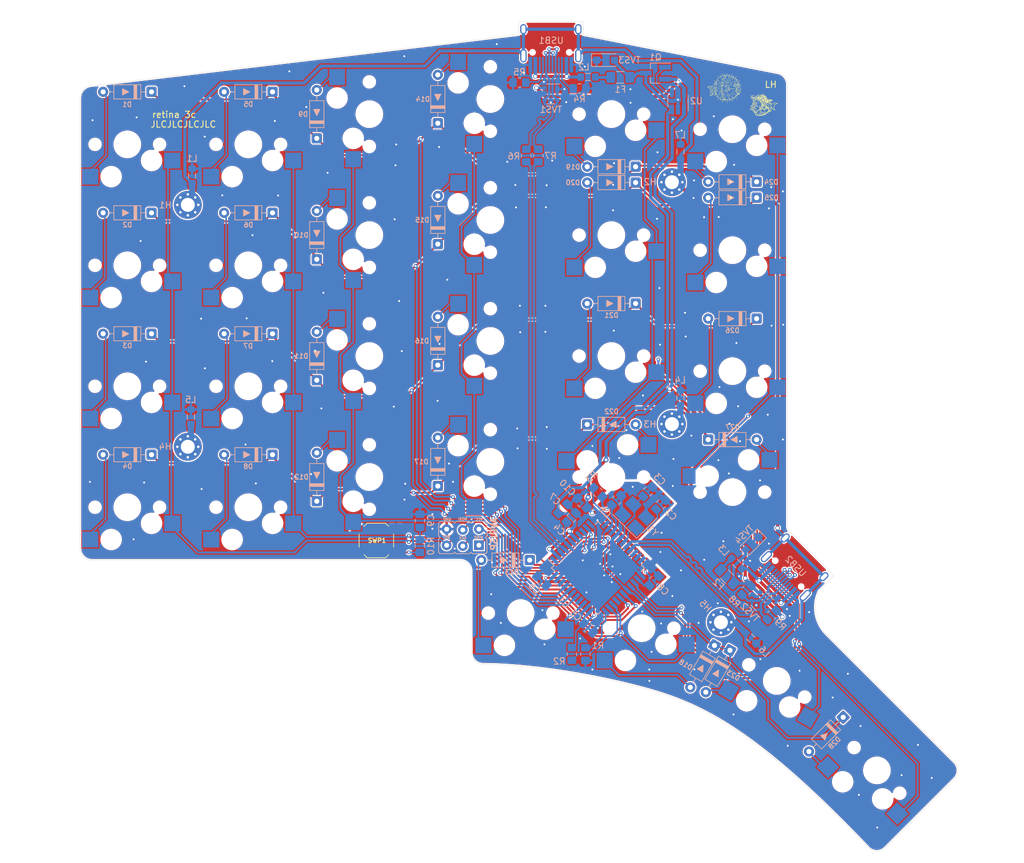
<source format=kicad_pcb>
(kicad_pcb (version 20211014) (generator pcbnew)
  (title_block (title "retina") (date "2022-09-06") (rev "3c"))
  (layers (0 "F.Cu" signal) (31 "B.Cu" signal) (34 "B.Paste" user) (35 "F.Paste" user) (36 "B.SilkS" user "B.Silkscreen") (37 "F.SilkS" user "F.Silkscreen") (38 "B.Mask" user) (39 "F.Mask" user) (44 "Edge.Cuts" user))
  (net 0 "")
  (net 1 "GND")
  (net 2 "+5V")
  (net 3 "XTAL1")
  (net 4 "XTAL2")
  (net 5 "/UCAP")
  (net 6 "ROW0")
  (net 7 "Net-(D1-Pad2)")
  (net 8 "ROW1")
  (net 9 "Net-(D2-Pad2)")
  (net 10 "ROW2")
  (net 11 "Net-(D3-Pad2)")
  (net 12 "ROW3")
  (net 13 "Net-(D4-Pad2)")
  (net 14 "Net-(D5-Pad2)")
  (net 15 "Net-(D6-Pad2)")
  (net 16 "Net-(D7-Pad2)")
  (net 17 "Net-(D8-Pad2)")
  (net 18 "Net-(D9-Pad2)")
  (net 19 "Net-(D10-Pad2)")
  (net 20 "Net-(D11-Pad2)")
  (net 21 "Net-(D12-Pad2)")
  (net 22 "ROW4")
  (net 23 "Net-(D13-Pad2)")
  (net 24 "Net-(D14-Pad2)")
  (net 25 "Net-(D15-Pad2)")
  (net 26 "Net-(D16-Pad2)")
  (net 27 "Net-(D17-Pad2)")
  (net 28 "Net-(D18-Pad2)")
  (net 29 "Net-(D19-Pad2)")
  (net 30 "Net-(D20-Pad2)")
  (net 31 "Net-(D21-Pad2)")
  (net 32 "Net-(D22-Pad2)")
  (net 33 "Net-(D23-Pad2)")
  (net 34 "Net-(D24-Pad2)")
  (net 35 "Net-(D25-Pad2)")
  (net 36 "Net-(D26-Pad2)")
  (net 37 "Net-(D27-Pad2)")
  (net 38 "Net-(D28-Pad2)")
  (net 39 "VBUS")
  (net 40 "GNDPWR")
  (net 41 "ESD+")
  (net 42 "ESD-")
  (net 43 "RESET")
  (net 44 "SCK")
  (net 45 "MISO")
  (net 46 "MOSI")
  (net 47 "COL0")
  (net 48 "COL1")
  (net 49 "COL2")
  (net 50 "COL3")
  (net 51 "COL4")
  (net 52 "COL5")
  (net 53 "/HWB")
  (net 54 "HDPIN")
  (net 55 "/CC2")
  (net 56 "/CC1")
  (net 57 "D-")
  (net 58 "D+")
  (net 69 "SDA")
  (net 70 "SCL")
  (net 72 "/HOSTPWR")
  (net 73 "/SPLITPWR")
  (net 75 "/FB1")
  (net 76 "/FB2")
  (net 77 "/SWRST")
  (net 78 "Net-(H3-Pad1)")
  (net 79 "Net-(H4-Pad1)")
  (net 83 "Net-(Q1-Pad1)")
  (footprint "puffy:MXOnly-1U-Hotswap" (layer "F.Cu") (at 210.816345 158.800247 150)
    (fp_text reference "MX23")
    (fp_text value "MX-NoLED")
  )
  (footprint "puffy:MXOnly-1U-Hotswap" (layer "F.Cu") (at 203.835279 110.013699 180)
    (fp_text reference "MX26")
    (fp_text value "MX-NoLED")
  )
  (footprint "puffy:MXOnly-1U-Hotswap" (layer "F.Cu") (at 146.685 69.5325 90)
    (fp_text reference "MX9")
    (fp_text value "MX-NoLED")
  )
  (footprint "puffy:MXOnly-1U-Hotswap" (layer "F.Cu") (at 146.685 126.6825 90)
    (fp_text reference "MX12")
    (fp_text value "MX-NoLED")
  )
  (footprint "puffy:MXOnly-1U-Hotswap" (layer "F.Cu") (at 165.73533 124.301199 90)
    (fp_text reference "MX17")
    (fp_text value "MX-NoLED")
  )
  (footprint "puffy:MXOnly-1U-Hotswap" (layer "F.Cu") (at 108.585 93.345 180)
    (fp_text reference "MX2")
    (fp_text value "MX-NoLED")
  )
  (footprint "puffy:MXOnly-1U-Hotswap" (layer "F.Cu") (at 226.582545 172.889563 135)
    (fp_text reference "MX28")
    (fp_text value "MX-NoLED")
  )
  (footprint "puffy:nukepuffy" (layer "F.Cu") (at 208.76895 68.10375)
    (fp_text reference "G***" hide)
    (fp_text value "LOGO" hide)
  )
  (footprint "puffy:MXOnly-1U-Hotswap" (layer "F.Cu") (at 184.785 126.6825)
    (fp_text reference "MX22")
    (fp_text value "MX-NoLED")
  )
  (footprint "puffy:MXOnly-1U-Hotswap" (layer "F.Cu") (at 189.545298 150.49493 180)
    (fp_text reference "MX18")
    (fp_text value "MX-NoLED")
  )
  (footprint "puffy:MXOnly-1U-Hotswap" (layer "F.Cu") (at 146.685 107.6325 90)
    (fp_text reference "MX11")
    (fp_text value "MX-NoLED")
  )
  (footprint "puffy:MXOnly-1U-Hotswap" (layer "F.Cu") (at 146.685 88.5825 90)
    (fp_text reference "MX10")
    (fp_text value "MX-NoLED")
  )
  (footprint "puffy:MXOnly-1U-Hotswap" (layer "F.Cu") (at 108.585 112.395 180)
    (fp_text reference "MX3")
    (fp_text value "MX-NoLED")
  )
  (footprint "puffy:MXOnly-1U-Hotswap" (layer "F.Cu") (at 108.585 131.445 180)
    (fp_text reference "MX4")
    (fp_text value "MX-NoLED")
  )
  (footprint "puffy:K2-1187SQ-A4SW-06" (layer "F.Cu") (at 147.7899 136.68375)
    (fp_text reference "SWP1")
    (fp_text value "SW_Push")
  )
  (footprint "puffy:MXOnly-1U-Hotswap" (layer "F.Cu") (at 165.73533 105.251199 90)
    (fp_text reference "MX16")
    (fp_text value "MX-NoLED")
  )
  (footprint "puffy:MXOnly-1U-Hotswap" (layer "F.Cu") (at 170.495314 148.113682 180)
    (fp_text reference "MX13")
    (fp_text value "MX-NoLED")
  )
  (footprint "puffy:MXOnly-1U-Hotswap" (layer "F.Cu") (at 127.635 112.395 180)
    (fp_text reference "MX7")
    (fp_text value "MX-NoLED")
  )
  (footprint "puffy:MXOnly-1U-Hotswap" (layer "F.Cu") (at 184.785 107.6325 180)
    (fp_text reference "MX21")
    (fp_text value "MX-NoLED")
  )
  (footprint "puffy:ironpuffy" (layer "F.Cu") (at 202.55865 65.3796)
    (fp_text reference "G***" hide)
    (fp_text value "LOGO" hide)
  )
  (footprint "puffy:MXOnly-1U-Hotswap" (layer "F.Cu") (at 203.83529 71.913742 180)
    (fp_text reference "MX24")
    (fp_text value "MX-NoLED")
  )
  (footprint "puffy:MXOnly-1U-Hotswap" (layer "F.Cu") (at 127.635 131.445 180)
    (fp_text reference "MX8")
    (fp_text value "MX-NoLED")
  )
  (footprint "puffy:MXOnly-1U-Hotswap" (layer "F.Cu") (at 184.785 69.5325 180)
    (fp_text reference "MX19")
    (fp_text value "MX-NoLED")
  )
  (footprint "puffy:MXOnly-1U-Hotswap" (layer "F.Cu") (at 165.73533 67.15125 90)
    (fp_text reference "MX14")
    (fp_text value "MX-NoLED")
  )
  (footprint "puffy:MXOnly-1U-Hotswap" (layer "F.Cu") (at 127.635 93.345 180)
    (fp_text reference "MX6")
    (fp_text value "MX-NoLED")
  )
  (footprint "puffy:MXOnly-1U-Hotswap" (layer "F.Cu") (at 165.73533 86.201225 90)
    (fp_text reference "MX15")
    (fp_text value "MX-NoLED")
  )
  (footprint "puffy:MXOnly-1U-Hotswap" (layer "F.Cu") (at 127.635 74.295 180)
    (fp_text reference "MX5")
    (fp_text value "MX-NoLED")
  )
  (footprint "puffy:MXOnly-1U-Hotswap" (layer "F.Cu") (at 203.83529 90.963727 180)
    (fp_text reference "MX25")
    (fp_text value "MX-NoLED")
  )
  (footprint "puffy:MXOnly-1U-Hotswap" (layer "F.Cu") (at 108.585 74.295 180)
    (fp_text reference "MX1")
    (fp_text value "MX-NoLED")
  )
  (footprint "puffy:MXOnly-1U-Hotswap" (layer "F.Cu") (at 184.785 88.5825 180)
    (fp_text reference "MX20")
    (fp_text value "MX-NoLED")
  )
  (footprint "puffy:MXOnly-1U-Hotswap" (layer "F.Cu") (at 203.835279 129.063699)
    (fp_text reference "MX27")
    (fp_text value "MX-NoLED")
  )
  (footprint "puffy:Conn_AVR_ISP_6" (layer "B.Cu") (at 161.3916 136.22655 90)
    (fp_text reference "J1" hide)
    (fp_text value "AVR-ISP-6" hide)
  )
  (footprint "Resistor_SMD:R_0805_2012Metric_Pad1.20x1.40mm_HandSolder" (layer "B.Cu") (at 170.307 64.56045 180)
    (fp_text reference "R5")
    (fp_text value "5.1k")
  )
  (footprint "Inductor_SMD:L_0805_2012Metric_Pad1.05x1.20mm_HandSolder" (layer "B.Cu") (at 204.50175 140.3223 -45)
    (fp_text reference "L3")
    (fp_text value "100R@100MHz")
  )
  (footprint "Capacitor_SMD:C_0805_2012Metric_Pad1.18x1.45mm_HandSolder" (layer "B.Cu") (at 178.47945 133.0833 -135)
    (fp_text reference "C4")
    (fp_text value "1uF")
  )
  (footprint "MountingHole:MountingHole_2.2mm_M2_Pad_Via" (layer "B.Cu") (at 202.02525 149.56155 180)
    (fp_text reference "H5")
    (fp_text value "MountingHole")
  )
  (footprint "puffy:D_DO-35_SOD27_P7.62mm" (layer "B.Cu") (at 157.46033 105.251199 90)
    (fp_text reference "D16")
    (fp_text value "D_Small")
  )
  (footprint "Package_TO_SOT_SMD:SOT-143" (layer "B.Cu") (at 175.259975 66.35115 180)
    (fp_text reference "TVS1")
    (fp_text value "PRTR5V0U2X")
  )
  (footprint "puffy:D_DO-35_SOD27_P7.62mm" (layer "B.Cu") (at 127.635 123.17 180)
    (fp_text reference "D8")
    (fp_text value "D_Small")
  )
  (footprint "puffy:D_DO-35_SOD27_P7.62mm" (layer "B.Cu") (at 157.46033 124.301199 90)
    (fp_text reference "D17")
    (fp_text value "D_Small")
  )
  (footprint "Resistor_SMD:R_0805_2012Metric_Pad1.20x1.40mm_HandSolder" (layer "B.Cu") (at 182.6514 129.10185 135)
    (fp_text reference "R3")
    (fp_text value "10k")
  )
  (footprint "MountingHole:MountingHole_2.2mm_M2_Pad_Via" (layer "B.Cu") (at 194.309991 118.348136 180)
    (fp_text reference "H3")
    (fp_text value "MountingHole")
  )
  (footprint "Package_TO_SOT_SMD:SOT-23-5_HandSoldering" (layer "B.Cu") (at 195.2625 67.45605 90)
    (fp_text reference "U2")
    (fp_text value "LMV321")
  )
  (footprint "puffy:D_DO-35_SOD27_P7.62mm" (layer "B.Cu") (at 157.46033 67.15125 90)
    (fp_text reference "D14")
    (fp_text value "D_Small")
  )
  (footprint "Fuse:Fuse_1206_3216Metric_Pad1.42x1.75mm_HandSolder" (layer "B.Cu") (at 186.17565 63.7413)
    (fp_text reference "F1")
    (fp_text value "500mA")
  )
  (footprint "Capacitor_SMD:C_0805_2012Metric_Pad1.18x1.45mm_HandSolder" (layer "B.Cu") (at 185.5851 130.3401 -135)
    (fp_text reference "C1")
    (fp_text value "0.1uF")
  )
  (footprint "puffy:D_DO-35_SOD27_P7.62mm" (layer "B.Cu") (at 127.635 66.02 180)
    (fp_text reference "D5")
    (fp_text value "D_Small")
  )
  (footprint "puffy:D_DO-35_SOD27_P7.62mm" (layer "B.Cu") (at 203.83529 101.738699 180)
    (fp_text reference "D26")
    (fp_text value "D_Small")
  )
  (footprint "Inductor_SMD:L_0805_2012Metric_Pad1.05x1.20mm_HandSolder" (layer "B.Cu") (at 118.77675 79.26705 -90)
    (fp_text reference "L1")
    (fp_text value "100R@100MHz")
  )
  (footprint "puffy:D_DO-35_SOD27_P7.62mm" (layer "B.Cu") (at 201.549 157.2768 -120)
    (fp_text reference "D23")
    (fp_text value "D_Small")
  )
  (footprint "puffy:D_DO-35_SOD27_P7.62mm" (layer "B.Cu") (at 127.635 85.07 180)
    (fp_text reference "D6")
    (fp_text value "D_Small")
  )
  (footprint "Capacitor_SMD:C_0805_2012Metric_Pad1.18x1.45mm_HandSolder" (layer "B.Cu") (at 190.51905 128.98755 -135)
    (fp_text reference "C3")
    (fp_text value "22pF")
  )
  (footprint "puffy:D_DO-35_SOD27_P7.62mm" (layer "B.Cu") (at 157.46033 86.201225 90)
    (fp_text reference "D15")
    (fp_text value "D_Small")
  )
  (footprint "puffy:D_DO-35_SOD27_P7.62mm" (layer "B.Cu") (at 108.585 104.12 180)
    (fp_text reference "D3")
    (fp_text value "D_Small")
  )
  (footprint "Inductor_SMD:L_0805_2012Metric_Pad1.05x1.20mm_HandSolder" (layer "B.Cu") (at 118.58625 117.1956 -90)
    (fp_text reference "L5")
    (fp_text value "100R@100MHz")
  )
  (footprint "Resistor_SMD:R_0805_2012Metric_Pad1.20x1.40mm_HandSolder" (layer "B.Cu") (at 154.62885 137.56005 90)
    (fp_text reference "R10")
    (fp_text value "330R")
  )
  (footprint "MountingHole:MountingHole_2.2mm_M2_Pad_Via" (layer "B.Cu") (at 118.109991 83.820009 180)
    (fp_text reference "H1")
    (fp_text value "MountingHole")
  )
  (footprint "Resistor_SMD:R_0805_2012Metric_Pad1.20x1.40mm_HandSolder" (layer "B.Cu") (at 180.7058 154.5717 -90)
    (fp_text reference "R1")
    (fp_text value "1k")
  )
  (footprint "puffy:D_DO-35_SOD27_P7.62mm" (layer "B.Cu") (at 138.41 69.5325 90)
    (fp_text reference "D9")
    (fp_text value "D_Small")
  )
  (footprint "Package_QFP:TQFP-44_10x10mm_P0.8mm" (layer "B.Cu") (at 182.66795 141.0081 -45)
    (fp_text reference "U1")
    (fp_text value "ATmega32U4-A")
  )
  (footprint "puffy:HRO-TYPE-C-31-M-12-HandSoldering" (layer "B.Cu") (at 217.034326 137.486862 -45)
    (fp_text reference "USB2")
    (fp_text value "HRO-TYPE-C-31-M-12")
  )
  (footprint "Inductor_SMD:L_0805_2012Metric_Pad1.05x1.20mm_HandSolder" (layer "B.Cu") (at 195.66255 75.45705 -90)
    (fp_text reference "L7")
    (fp_text value "100R@100MHz")
  )
  (footprint "Capacitor_SMD:C_0805_2012Metric_Pad1.18x1.45mm_HandSolder" (layer "B.Cu") (at 181.163 150.47595 135)
    (fp_text reference "C5")
    (fp_text value "0.1uF")
  )
  (footprint "Capacitor_SMD:C_0805_2012Metric_Pad1.18x1.45mm_HandSolder" (layer "B.Cu") (at 180.1749 130.7592 -45)
    (fp_text reference "C10")
    (fp_text value "10uF")
  )
  (footprint "Resistor_SMD:R_0805_2012Metric_Pad1.20x1.40mm_HandSolder" (layer "B.Cu") (at 206.0448 144.5133 45)
    (fp_text reference "R8")
    (fp_text value "4.7k")
  )
  (footprint "Capacitor_SMD:C_0805_2012Metric_Pad1.18x1.45mm_HandSolder" (layer "B.Cu") (at 191.50715 143.0274 -135)
    (fp_text reference "C8")
    (fp_text value "0.1uF")
  )
  (footprint "Inductor_SMD:L_0805_2012Metric_Pad1.05x1.20mm_HandSolder" (layer "B.Cu") (at 195.6435 114.1857 -90)
    (fp_text reference "L4")
    (fp_text value "100R@100MHz")
  )
  (footprint "puffy:D_DO-35_SOD27_P7.62mm" (layer "B.Cu") (at 127.635 104.12 180)
    (fp_text reference "D7")
    (fp_text value "D_Small")
  )
  (footprint "Capacitor_SMD:C_0805_2012Metric_Pad1.18x1.45mm_HandSolder" (layer "B.Cu") (at 192.5574 131.0259 -135)
    (fp_text reference "C2")
    (fp_text value "22pF")
  )
  (footprint "puffy:D_DO-35_SOD27_P7.62mm" (layer "B.Cu") (at 184.785 118.4075)
    (fp_text reference "D22")
    (fp_text value "D_Small")
  )
  (footprint "puffy:D_DO-35_SOD27_P7.62mm" (layer "B.Cu") (at 203.83529 82.688727 180)
    (fp_text reference "D25")
    (fp_text value "D_Small")
  )
  (footprint "Capacitor_SMD:C_0805_2012Metric_Pad1.18x1.45mm_HandSolder" (layer "B.Cu") (at 173.82875 143.04645 -45)
    (fp_text reference "C6")
    (fp_text value "0.1uF")
  )
  (footprint "Package_TO_SOT_SMD:SOT-23_Handsoldering" (layer "B.Cu") (at 191.70015 63.07455 180)
    (fp_text reference "Q1")
    (fp_text value "IRLML6402")
  )
  (footprint "puffy:D_DO-35_SOD27_P7.62mm" (layer "B.Cu") (at 138.41 107.6325 90)
    (fp_text reference "D11")
    (fp_text value "D_Small")
  )
  (footprint "puffy:D_DO-35_SOD27_P7.62mm" (layer "B.Cu") (at 108.585 123.17 180)
    (fp_text reference "D4")
    (fp_text value "D_Small")
  )
  (footprint "puffy:D_DO-35_SOD27_P7.62mm" (layer "B.Cu") (at 138.41 126.6825 90)
    (fp_text reference "D12")
    (fp_text value "D_Small")
  )
  (footprint "Resistor_SMD:R_0805_2012Metric_Pad1.20x1.40mm_HandSolder" (layer "B.Cu") (at 179.7558 65.4939)
    (fp_text reference "R4")
    (fp_text value "5.1k")
  )
  (footprint "puffy:D_DO-35_SOD27_P7.62mm" (layer "B.Cu") (at 199.1106 156.5148 -120)
    (fp_text reference "D18")
    (fp_text value "D_Small")
  )
  (footprint "MountingHole:MountingHole_2.2mm_M2_Pad_Via" (layer "B.Cu") (at 118.109991 121.920009 180)
    (fp_text reference "H4")
    (fp_text value "MountingHole")
  )
  (footprint "puffy:D_DO-35_SOD27_P7.62mm" (layer "B.Cu") (at 203.83529 80.188742 180)
    (fp_text reference "D24")
    (fp_text value "D_Small")
  )
  (footprint "Capacitor_SMD:C_0805_2012Metric_Pad1.18x1.45mm_HandSolder" (layer "B.Cu") (at 177.10785 131.69265 45)
    (fp_text reference "C7")
    (fp_text value "10uF")
  )
  (footprint "Resistor_SMD:R_0805_2012Metric_Pad1.20x1.40mm_HandSolder" (layer "B.Cu") (at 210.02625 148.4376 -135)
    (fp_text reference "R9")
    (fp_text value "4.7k")
  )
  (footprint "Resistor_SMD:R_0805_2012Metric_Pad1.20x1.40mm_HandSolder" (layer "B.Cu") (at 178.55315 154.55265 90)
    (fp_text reference "R2")
    (fp_text value "10k")
  )
  (footprint "Resistor_SMD:R_0805_2012Metric_Pad1.20x1.40mm_HandSolder" (layer "B.Cu") (at 171.3738 76.0476 -90)
    (fp_text reference "R6")
    (fp_text value "22R")
  )
  (footprint "Capacitor_SMD:C_0805_2012Metric_Pad1.18x1.45mm_HandSolder" (layer "B.Cu") (at 154.6479 133.5786 -90)
    (fp_text reference "C9")
    (fp_text value "0.1uF")
  )
  (footprint "Fuse:Fuse_1206_3216Metric_Pad1.42x1.75mm_HandSolder" (layer "B.Cu") (at 202.97775 142.3797 -45)
    (fp_text reference "F2")
    (fp_text value "500mA")
  )
  (footprint "puffy:D_DO-35_SOD27_P7.62mm" (layer "B.Cu") (at 184.785 99.3575 180)
    (fp_text reference "D21")
    (fp_text value "D_Small")
  )
  (footprint "MountingHole:MountingHole_2.2mm_M2_Pad_Via" (layer "B.Cu") (at 194.309991 80.248136 180)
    (fp_text reference "H2")
    (fp_text value "MountingHole")
  )
  (footprint "Inductor_SMD:L_0805_2012Metric_Pad1.05x1.20mm_HandSolder" (layer "B.Cu") (at 181.10835 63.68415 180)
    (fp_text reference "L2")
    (fp_text value "100R@100MHz")
  )
  (footprint "Resistor_SMD:R_0805_2012Metric_Pad1.20x1.40mm_HandSolder" (layer "B.Cu") (at 173.278799 76.047601 -90)
    (fp_text reference "R7")
    (fp_text value "22R")
  )
  (footprint "puffy:D_DO-35_SOD27_P7.62mm" (layer "B.Cu") (at 184.785 77.8075 180)
    (fp_text reference "D19")
    (fp_text value "D_Small")
  )
  (footprint "puffy:D_DO-35_SOD27_P7.62mm" (layer "B.Cu") (at 138.41 88.5825 90)
    (fp_text reference "D10")
    (fp_text value "D_Small")
  )
  (footprint "puffy:D_DO-35_SOD27_P7.62mm" (layer "B.Cu") (at 184.785 80.3075 180)
    (fp_text reference "D20")
    (fp_text value "D_Small")
  )
  (footprint "puffy:D_DO-35_SOD27_P7.62mm" (layer "B.Cu") (at 108.585 66.02 180)
    (fp_text reference "D1")
    (fp_text value "D_Small")
  )
  (footprint "Inductor_SMD:L_0805_2012Metric_Pad1.05x1.20mm_HandSolder" (layer "B.Cu") (at 206.74965 152.0952 135)
    (fp_text reference "L6")
    (fp_text value "100R@100MHz")
  )
  (footprint "Diode_SMD:D_SOD-123F" (layer "B.Cu") (at 206.9211 137.14095 -135)
    (fp_text reference "TVS4")
    (fp_text value "SMF6.0CA")
  )
  (footprint "puffy:D_DO-35_SOD27_P7.62mm" (layer "B.Cu") (at 168.11375 139.76985 180)
    (fp_text reference "D13")
    (fp_text value "D_Small")
  )
  (footprint "Package_TO_SOT_SMD:SOT-143" (layer "B.Cu") (at 208.27365 146.20875 135)
    (fp_text reference "TVS2")
    (fp_text value "PRTR5V0U2X")
  )
  (footprint "puffy:D_DO-35_SOD27_P7.62mm" (layer "B.Cu") (at 203.83529 120.788699)
    (fp_text reference "D27")
    (fp_text value "D_Small")
  )
  (footprint "puffy:D_DO-35_SOD27_P7.62mm" (layer "B.Cu") (at 108.585 85.07 180)
    (fp_text reference "D2")
    (fp_text value "D_Small")
  )
  (footprint "puffy:HRO-TYPE-C-31-M-12-HandSoldering" (layer "B.Cu") (at 175.259974 53.551813)
    (fp_text reference "USB1")
    (fp_text value "HRO-TYPE-C-31-M-12")
  )
  (footprint "Diode_SMD:D_SOD-123F" (layer "B.Cu") (at 183.8706 61.01715)
    (fp_text reference "TVS3")
    (fp_text value "SMF6.0CA")
  )
  (footprint "Crystal:Crystal_SMD_3225-4Pin_3.2x2.5mm_HandSoldering" (layer "B.Cu") (at 188.4426 132.83565 135)
    (fp_text reference "Y1")
    (fp_text value "16MHz")
  )
  (footprint "puffy:D_DO-35_SOD27_P7.62mm" (layer "B.Cu") (at 218.5797 167.2209 -135)
    (fp_text reference "D28")
    (fp_text value "D_Small")
  )
  (gr_curve (pts (xy 238.790652 171.626029) (xy 239.461995 172.346167) (xy 239.452054 173.465843) (xy 238.768032 174.173948)) (layer "Edge.Cuts") (width 0.05))
  (gr_line (start 219.824199 142.242017) (end 217.438826 144.627391) (layer "Edge.Cuts") (width 0.05))
  (gr_curve (pts (xy 189.096378 159.714507) (xy 198.172147 162.088714) (xy 206.798685 165.646628) (xy 225.307345 185.109336)) (layer "Edge.Cuts") (width 0.05))
  (gr_line (start 101.143977 66.853724) (end 101.143987 137.9937) (layer "Edge.Cuts") (width 0.05))
  (gr_line (start 227.855264 185.086716) (end 238.768032 174.173948) (layer "Edge.Cuts") (width 0.05))
  (gr_arc (start 101.143977 66.853724) (mid 101.701395 65.625229) (end 102.929883 65.067784) (layer "Edge.Cuts") (width 0.05))
  (gr_arc (start 212.892987 135.310213) (mid 212.590395 134.961125) (end 212.467025 134.515927) (layer "Edge.Cuts") (width 0.05))
  (gr_arc (start 218.614684 151.450061) (mid 216.944311 148.225285) (end 217.438826 144.627391) (layer "Edge.Cuts") (width 0.05))
  (gr_line (start 180.320256 57.030971) (end 180.320256 54.947384) (layer "Edge.Cuts") (width 0.05))
  (gr_line (start 162.756099 141.565441) (end 162.756099 154.364238) (layer "Edge.Cuts") (width 0.05))
  (gr_line (start 210.681099 62.984073) (end 180.320256 57.030971) (layer "Edge.Cuts") (width 0.05))
  (gr_line (start 180.320256 54.947384) (end 170.199992 54.947384) (layer "Edge.Cuts") (width 0.05))
  (gr_curve (pts (xy 162.756169 154.364238) (xy 162.790672 155.348163) (xy 163.589432 156.132865) (xy 164.573814 156.149894)) (layer "Edge.Cuts") (width 0.05))
  (gr_line (start 212.892987 135.310213) (end 219.824199 142.242017) (layer "Edge.Cuts") (width 0.05))
  (gr_curve (pts (xy 162.232977 140.302602) (xy 161.898059 139.967674) (xy 161.443807 139.77951) (xy 160.970153 139.779505)) (layer "Edge.Cuts") (width 0.05))
  (gr_arc (start 102.929903 139.779625) (mid 101.701377 139.222225) (end 101.143987 137.9937) (layer "Edge.Cuts") (width 0.05))
  (gr_line (start 102.929903 139.779625) (end 160.969997 139.779514) (layer "Edge.Cuts") (width 0.05))
  (gr_line (start 170.199992 57.030971) (end 102.929883 65.067784) (layer "Edge.Cuts") (width 0.05))
  (gr_line (start 212.467025 121.622161) (end 212.467025 134.515927) (layer "Edge.Cuts") (width 0.05))
  (gr_arc (start 210.681099 62.984073) (mid 211.909591 63.541494) (end 212.466955 64.77002) (layer "Edge.Cuts") (width 0.05))
  (gr_curve (pts (xy 162.756039 141.565441) (xy 162.756047 141.091787) (xy 162.567896 140.63753) (xy 162.232977 140.302602)) (layer "Edge.Cuts") (width 0.05))
  (gr_curve (pts (xy 225.307345 185.109336) (xy 226.027483 185.780679) (xy 227.147159 185.770739) (xy 227.855264 185.086716)) (layer "Edge.Cuts") (width 0.05))
  (gr_curve (pts (xy 164.573814 156.149894) (xy 170.495607 156.149802) (xy 180.020608 157.340301) (xy 189.096378 159.714507)) (layer "Edge.Cuts") (width 0.05))
  (gr_line (start 170.199992 54.947384) (end 170.199992 57.030971) (layer "Edge.Cuts") (width 0.05))
  (gr_line (start 212.467025 121.622161) (end 212.466955 64.77002) (layer "Edge.Cuts") (width 0.05))
  (gr_line (start 238.790652 171.626029) (end 218.614684 151.450061) (layer "Edge.Cuts") (width 0.05))
  (gr_text "JLCJLCJLCJLC" (at 117.40515 71.1327) (layer "F.SilkS") (effects (font (size 1 1))))
  (gr_text "LH" (at 209.87385 64.86525) (layer "F.SilkS") (effects (font (size 1 1))))
  (gr_text "retina 3c" (at 115.95735 69.6087) (layer "F.SilkS") (effects (font (size 1 1))))
  (via (at 194.55765 123.84405) (size 0.6) (drill 0.3) (layers "F.Cu" "B.Cu") (net 1))
  (via (at 211.836 102.69855) (size 0.6) (drill 0.3) (layers "F.Cu" "B.Cu") (net 1))
  (via (at 175.26 67.68465) (size 0.6) (drill 0.3) (layers "F.Cu" "B.Cu") (net 1))
  (via (at 195.2625 67.26555) (size 0.6) (drill 0.3) (layers "F.Cu" "B.Cu") (net 1))
  (via (at 196.4817 104.56545) (size 0.6) (drill 0.3) (layers "F.Cu" "B.Cu") (net 1))
  (via (at 111.23295 127.5588) (size 0.6) (drill 0.3) (layers "F.Cu" "B.Cu") (net 1))
  (via (at 156.61005 132.53085) (size 0.6) (drill 0.3) (layers "F.Cu" "B.Cu") (net 1))
  (via (at 192.34785 96.9264) (size 0.6) (drill 0.3) (layers "F.Cu" "B.Cu") (net 1))
  (via (at 140.11275 78.77175) (size 0.6) (drill 0.3) (layers "F.Cu" "B.Cu") (net 1))
  (via (at 181.79415 157.0101) (size 0.6) (drill 0.3) (layers "F.Cu" "B.Cu") (net 1))
  (via (at 204.73035 115.53825) (size 0.6) (drill 0.3) (layers "F.Cu" "B.Cu") (net 1))
  (via (at 128.8161 127.69215) (size 0.6) (drill 0.3) (layers "F.Cu" "B.Cu") (net 1))
  (via (at 185.055078 80.656262) (size 0.6) (drill 0.3) (layers "F.Cu" "B.Cu") (net 1))
  (via (at 190.74765 157.0101) (size 0.6) (drill 0.3) (layers "F.Cu" "B.Cu") (net 1))
  (via (at 210.0072 102.85095) (size 0.6) (drill 0.3) (layers "F.Cu" "B.Cu") (net 1))
  (via (at 189.75705 113.8428) (size 0.6) (drill 0.3) (layers "F.Cu" "B.Cu") (net 1))
  (via (at 207.58785 146.8755) (size 0.5) (drill 0.3) (layers "F.Cu" "B.Cu") (net 1))
  (via (at 120.777 73.0758) (size 0.6) (drill 0.3) (layers "F.Cu" "B.Cu") (net 1))
  (via (at 168.402 77.0382) (size 0.6) (drill 0.3) (layers "F.Cu" "B.Cu") (net 1))
  (via (at 180.8582 144.8562) (size 0.6) (drill 0.3) (layers "F.Cu" "B.Cu") (net 1))
  (via (at 175.46955 76.8477) (size 0.6) (drill 0.3) (layers "F.Cu" "B.Cu") (net 1))
  (via (at 189.64025 147.8661) (size 0.6) (drill 0.3) (layers "F.Cu" "B.Cu") (net 1))
  (via (at 180.594 62.04585) (size 0.6) (drill 0.3) (layers "F.Cu" "B.Cu") (net 1))
  (via (at 177.67935 67.64655) (size 0.6) (drill 0.3) (layers "F.Cu" "B.Cu") (net 1))
  (via (at 131.80695 70.5993) (size 0.6) (drill 0.3) (layers "F.Cu" "B.Cu") (net 1))
  (via (at 206.6163 139.88415) (size 0.6) (drill 0.3) (layers "F.Cu" "B.Cu") (net 1))
  (via (at 194.44335 128.0922) (size 0.6) (drill 0.3) (layers "F.Cu" "B.Cu") (net 1))
  (via (at 182.59175 133.48335) (size 0.6) (drill 0.3) (layers "F.Cu" "B.Cu") (net 1))
  (via (at 183.01335 140.3604) (size 0.6) (drill 0.3) (layers "F.Cu" "B.Cu") (net 1))
  (via (at 184.95645 140.7795) (size 0.6) (drill 0.3) (layers "F.Cu" "B.Cu") (net 1))
  (via (at 170.429889 103.882386) (size 0.6) (drill 0.3) (layers "F.Cu" "B.Cu") (net 1))
  (via (at 102.69855 127.4445) (size 0.6) (drill 0.3) (layers "F.Cu" "B.Cu") (net 1))
  (via (at 174.40275 103.8225) (size 0.6) (drill 0.3) (layers "F.Cu" "B.Cu") (net 1))
  (via (at 165.86835 145.14195) (size 0.6) (drill 0.3) (layers "F.Cu" "B.Cu") (net 1))
  (via (at 199.39635 139.7127) (size 0.6) (drill 0.3) (layers "F.Cu" "B.Cu") (net 1))
  (via (at 195.73875 141.3891) (size 0.6) (drill 0.3) (layers "F.Cu" "B.Cu") (net 1))
  (via (at 235.21035 174.0789) (size 0.6) (drill 0.3) (layers "F.Cu" "B.Cu") (net 1))
  (via (at 202.40625 136.79805) (size 0.6) (drill 0.3) (layers "F.Cu" "B.Cu") (net 1))
  (via (at 170.78325 138.66495) (size 0.6) (drill 0.3) (layers "F.Cu" "B.Cu") (net 1))
  (via (at 110.05185 70.04685) (size 0.6) (drill 0.3) (layers "F.Cu" "B.Cu") (net 1))
  (via (at 192.69075 135.46455) (size 0.6) (drill 0.3) (layers "F.Cu" "B.Cu") (net 1))
  (via (at 171.01185 63.03645) (size 0.6) (drill 0.3) (layers "F.Cu" "B.Cu") (net 1))
  (via (at 196.373086 100.812552) (size 0.6) (drill 0.3) (layers "F.Cu" "B.Cu") (net 1))
  (via (at 195.834 72.10425) (size 0.6) (drill 0.3) (layers "F.Cu" "B.Cu") (net 1))
  (via (at 209.5881 84.37245) (size 0.6) (drill 0.3) (layers "F.Cu" "B.Cu") (net 1))
  (via (at 215.9127 147.96135) (size 0.6) (drill 0.3) (layers "F.Cu" "B.Cu") (net 1))
  (via (at 186.1947 141.97965) (size 0.6) (drill 0.3) (layers "F.Cu" "B.Cu") (net 1))
  (via (at 157.734 105.7275) (size 0.6) (drill 0.3) (layers "F.Cu" "B.Cu") (net 1))
  (via (at 192.61455 149.75205) (size 0.6) (drill 0.3) (layers "F.Cu" "B.Cu") (net 1))
  (via (at 197.79615 79.9719) (size 0.6) (drill 0.3) (layers "F.Cu" "B.Cu") (net 1))
  (via (at 152.3238 127.7493) (size 0.6) (drill 0.3) (layers "F.Cu" "B.Cu") (net 1))
  (via (at 167.38985 149.6568) (size 0.6) (drill 0.3) (layers "F.Cu" "B.Cu") (net 1))
  (via (at 152.2095 130.24485) (size 0.6) (drill 0.3) (layers "F.Cu" "B.Cu") (net 1))
  (via (at 150.66645 86.08695) (size 0.6) (drill 0.3) (layers "F.Cu" "B.Cu") (net 1))
  (via (at 159.2199 124.56795) (size 0.6) (drill 0.3) (layers "F.Cu" "B.Cu") (net 1))
  (via (at 201.6252 124.03455) (size 0.6) (drill 0.3) (layers "F.Cu" "B.Cu") (net 1))
  (via (at 185.2041 77.24775) (size 0.6) (drill 0.3) (layers "F.Cu" "B.Cu") (net 1))
  (via (at 186.02325 123.69165) (size 0.6) (drill 0.3) (layers "F.Cu" "B.Cu") (net 1))
  (via (at 174.6123 118.81485) (size 0.6) (drill 0.3) (layers "F.Cu" "B.Cu") (net 1))
  (via (at 187.77585 65.6082) (size 0.6) (drill 0.3) (layers "F.Cu" "B.Cu") (net 1))
  (via (at 184.84215 143.23695) (size 0.6) (drill 0.3) (layers "F.Cu" "B.Cu") (net 1))
  (via (at 187.7949 67.7418) (size 0.6) (drill 0.3) (layers "F.Cu" "B.Cu") (net 1))
  (via (at 204.1017 77.51445) (size 0.6) (drill 0.3) (layers "F.Cu" "B.Cu") (net 1))
  (via (at 103.11765 70.485) (size 0.6) (drill 0.3) (layers "F.Cu" "B.Cu") (net 1))
  (via (at 120.796437 109.558685) (size 0.6) (drill 0.3) (layers "F.Cu" "B.Cu") (net 1))
  (via (at 181.79415 121.8057) (size 0.6) (drill 0.3) (layers "F.Cu" "B.Cu") (net 1))
  (via (at 201.79665 112.5093) (size 0.6) (drill 0.3) (layers "F.Cu" "B.Cu") (net 1))
  (via (at 187.16625 119.31015) (size 0.6) (drill 0.3) (layers "F.Cu" "B.Cu") (net 1))
  (via (at 194.4624 70.3326) (size 0.6) (drill 0.3) (layers "F.Cu" "B.Cu") (net 1))
  (via (at 219.60724 161.414162) (size 0.6) (drill 0.3) (layers "F.Cu" "B.Cu") (net 1))
  (via (at 184.61355 138.85545) (size 0.6) (drill 0.3) (layers "F.Cu" "B.Cu") (net 1))
  (via (at 127.3683 101.6889) (size 0.6) (drill 0.3) (layers "F.Cu" "B.Cu") (net 1))
  (via (at 182.641309 150.469442) (size 0.6) (drill 0.3) (layers "F.Cu" "B.Cu") (net 1))
  (via (at 209.3976 116.87175) (size 0.6) (drill 0.3) (layers "F.Cu" "B.Cu") (net 1))
  (via (at 183.66105 142.1892) (size 0.6) (drill 0.3) (layers "F.Cu" "B.Cu") (net 1))
  (via (at 109.5756 136.49325) (size 0.6) (drill 0.3) (layers "F.Cu" "B.Cu") (net 1))
  (via (at 138.16965 106.77525) (size 0.6) (drill 0.3) (layers "F.Cu" "B.Cu") (net 1))
  (via (at 150.7998 77.59065) (size 0.6) (drill 0.3) (layers "F.Cu" "B.Cu") (net 1))
  (via (at 174.47895 84.201) (size 0.6) (drill 0.3) (layers "F.Cu" "B.Cu") (net 1))
  (via (at 174.6123 122.24385) (size 0.6) (drill 0.3) (layers "F.Cu" "B.Cu") (net 1))
  (via (at 226.629485 181.897613) (size 0.6) (drill 0.3) (layers "F.Cu" "B.Cu") (net 1))
  (via (at 170.377657 99.703862) (size 0.6) (drill 0.3) (layers "F.Cu" "B.Cu") (net 1))
  (via (at 203.28255 126.13005) (size 0.6) (drill 0.3) (layers "F.Cu" "B.Cu") (net 1))
  (via (at 185.0517 84.67725) (size 0.6) (drill 0.3) (layers "F.Cu" "B.Cu") (net 1))
  (via (at 156.61005 134.8359) (size 0.6) (drill 0.3) (layers "F.Cu" "B.Cu") (net 1))
  (via (at 139.446 97.66935) (size 0.6) (drill 0.3) (layers "F.Cu" "B.Cu") (net 1))
  (via (at 192.04305 75.53325) (size 0.6) (drill 0.3) (layers "F.Cu" "B.Cu") (net 1))
  (via (at 158.9532 95.61195) (size 0.6) (drill 0.3) (layers "F.Cu" "B.Cu") (net 1))
  (via (at 197.71995 82.73415) (size 0.6) (drill 0.3) (layers "F.Cu" "B.Cu") (net 1))
  (via (at 230.470724 173.638949) (size 0.6) (drill 0.3) (layers "F.Cu" "B.Cu") (net 1))
  (via (at 206.4258 149.4282) (size 0.6) (drill 0.3) (layers "F.Cu" "B.Cu") (net 1))
  (via (at 185.166 103.632) (size 0.6) (drill 0.3) (layers "F.Cu" "B.Cu") (net 1))
  (via (at 174.59325 80.7339) (size 0.6) (drill 0.3) (layers "F.Cu" "B.Cu") (net 1))
  (via (at 191.1096 154.20975) (size 0.6) (drill 0.3) (layers "F.Cu" "B.Cu") (net 1))
  (via (at 192.50025 138.4935) (size 0.6) (drill 0.3) (layers "F.Cu" "B.Cu") (net 1))
  (via (at 131.4069 108.4326) (size 0.6) (drill 0.3) (layers "F.Cu" "B.Cu") (net 1))
  (via (at 120.2055 101.74605) (size 0.6) (drill 0.3) (layers "F.Cu" "B.Cu") (net 1))
  (via (at 151.7904 106.85145) (size 0.6) (drill 0.3) (layers "F.Cu" "B.Cu") (net 1))
  (via (at 204.00645 164.07765) (size 0.6) (drill 0.3) (layers "F.Cu" "B.Cu") (net 1))
  (via (at 201.52995 146.5707) (size 0.6) (drill 0.3) (layers "F.Cu" "B.Cu") (net 1))
  (via (at 120.2817 128.56845) (size 0.6) (drill 0.3) (layers "F.Cu" "B.Cu") (net 1))
  (via (at 211.784151 81.693957) (size 0.6) (drill 0.3) (layers "F.Cu" "B.Cu") (net 1))
  (via (at 191.96685 86.01075) (size 0.6) (drill 0.3) (layers "F.Cu" "B.Cu") (net 1))
  (via (at 132.3213 82.35315) (size 0.6) (drill 0.3) (layers "F.Cu" "B.Cu") (net 1))
  (via (at 233.03865 168.87825) (size 0.6) (drill 0.3) (layers "F.Cu" "B.Cu") (net 1))
  (via (at 117.5766 65.13195) (size 0.6) (drill 0.3) (layers "F.Cu" "B.Cu") (net 1))
  (via (at 179.8676 152.11425) (size 0.6) (drill 0.3) (layers "F.Cu" "B.Cu") (net 1))
  (via (at 127.19685 121.55805) (size 0.6) (drill 0.3) (layers "F.Cu" "B.Cu") (net 1))
  (via (at 180.273566 139.811366) (size 0.6) (drill 0.3) (layers "F.Cu" "B.Cu") (net 1))
  (via (at 214.405562 157.190577) (size 0.6) (drill 0.3) (layers "F.Cu" "B.Cu") (net 1))
  (via (at 123.536697 82.318706) (size 0.6) (drill 0.3) (layers "F.Cu" "B.Cu") (net 1))
  (via (at 209.95005 81.01965) (size 0.6) (drill 0.3) (layers "F.Cu" "B.Cu") (net 1))
  (via (at 198.510712 149.656062) (size 0.6) (drill 0.3) (layers "F.Cu" "B.Cu") (net 1))
  (via (at 208.23555 155.3718) (size 0.6) (drill 0.3) (layers "F.Cu" "B.Cu") (net 1))
  (via (at 165.98265 140.11275) (size 0.6) (drill 0.3) (layers "F.Cu" "B.Cu") (net 1))
  (via (at 170.02125 122.16765) (size 0.6) (drill 0.3) (layers "F.Cu" "B.Cu") (net 1))
  (via (at 150.5331 115.5954) (size 0.6) (drill 0.3) (layers "F.Cu" "B.Cu") (net 1))
  (via (at 136.75995 68.40855) (size 0.6) (drill 0.3) (layers "F.Cu" "B.Cu") (net 1))
  (via (at 177.3936 65.58915) (size 0.6) (drill 0.3) (layers "F.Cu" "B.Cu") (net 1))
  (via (at 174.1551 64.44615) (size 0.6) (drill 0.3) (layers "F.Cu" "B.Cu") (net 1))
  (via (at 205.03515 121.0437) (size 0.6) (drill 0.3) (layers "F.Cu" "B.Cu") (net 1))
  (via (at 169.7736 84.22005) (size 0.6) (drill 0.3) (layers "F.Cu" "B.Cu") (net 1))
  (via (at 110.6805 89.51595) (size 0.6) (drill 0.3) (layers "F.Cu" "B.Cu") (net 1))
  (via (at 197.37705 120.1674) (size 0.6) (drill 0.3) (layers "F.Cu" "B.Cu") (net 1))
  (via (at 203.3778 118.28145) (size 0.6) (drill 0.3) (layers "F.Cu" "B.Cu") (net 1))
  (via (at 166.74465 58.50255) (size 0.6) (drill 0.3) (layers "F.Cu" "B.Cu") (net 1))
  (via (at 203.5683 80.18145) (size 0.6) (drill 0.3) (layers "F.Cu" "B.Cu") (net 1))
  (via (at 203.58735 82.677) (size 0.6) (drill 0.3) (layers "F.Cu" "B.Cu") (net 1))
  (via (at 128.2827 88.60155) (size 0.6) (drill 0.3) (layers "F.Cu" "B.Cu") (net 1))
  (via (at 194.3862 145.4277) (size 0.6) (drill 0.3) (layers "F.Cu" "B.Cu") (net 1))
  (via (at 134.09295 62.7888) (size 0.6) (drill 0.3) (layers "F.Cu" "B.Cu") (net 1))
  (via (at 211.77885 120.777) (size 0.6) (drill 0.3) (layers "F.Cu" "B.Cu") (net 1))
  (via (at 209.5881 137.17905) (size 0.6) (drill 0.3) (layers "F.Cu" "B.Cu") (net 1))
  (via (at 208.1784 127.2159) (size 0.6) (drill 0.3) (layers "F.Cu" "B.Cu") (net 1))
  (via (at 160.11525 137.9601) (size 0.6) (drill 0.3) (layers "F.Cu" "B.Cu") (net 1))
  (via (at 224.00895 165.90645) (size 0.6) (drill 0.3) (layers "F.Cu" "B.Cu") (net 1))
  (via (at 190.7667 158.8008) (size 0.6) (drill 0.3) (layers "F.Cu" "B.Cu") (net 1))
  (via (at 199.3773 85.7631) (size 0.6) (drill 0.3) (layers "F.Cu" "B.Cu") (net 1))
  (via (at 192.4431 105.8418) (size 0.6) (drill 0.3) (layers "F.Cu" "B.Cu") (net 1))
  (via (at 139.1412 115.88115) (size 0.6) (drill 0.3) (layers "F.Cu" "B.Cu") (net 1))
  (via (at 212.54085 169.0116) (size 0.6) (drill 0.3) (layers "F.Cu" "B.Cu") (net 1))
  (via (at 157.6578 74.7141) (size 0.6) (drill 0.3) (layers "F.Cu" "B.Cu") (net 1))
  (via (at 165.60165 137.25525) (size 0.6) (drill 0.3) (layers "F.Cu" "B.Cu") (net 1))
  (via (at 169.959805 119.029534) (size 0.6) (drill 0.3) (layers "F.Cu" "B.Cu") (net 1))
  (via (at 204.46365 105.5751) (size 0.6) (drill 0.3) (layers "F.Cu" "B.Cu") (net 1))
  (via (at 222.0087 157.67685) (size 0.6) (drill 0.3) (layers "F.Cu" "B.Cu") (net 1))
  (via (at 151.3713 98.96475) (size 0.6) (drill 0.3) (layers "F.Cu" "B.Cu") (net 1))
  (via (at 201.68235 85.725) (size 0.6) (drill 0.3) (layers "F.Cu" "B.Cu") (net 1))
  (via (at 157.4292 114.681) (size 0.6) (drill 0.3) (layers "F.Cu" "B.Cu") (net 1))
  (via (at 159.84855 127.4445) (size 0.6) (drill 0.3) (layers "F.Cu" "B.Cu") (net 1))
  (via (at 174.25035 153.0477) (size 0.6) (drill 0.3) (layers "F.Cu" "B.Cu") (net 1))
  (via (at 204.9018 142.3035) (size 0.6) (drill 0.3) (layers "F.Cu" "B.Cu") (net 1))
  (via (at 197.8533 156.99105) (size 0.6) (drill 0.3) (layers "F.Cu" "B.Cu") (net 1))
  (via (at 174.40275 99.7077) (size 0.6) (drill 0.3) (layers "F.Cu" "B.Cu") (net 1))
  (via (at 200.9013 69.8754) (size 0.6) (drill 0.3) (layers "F.Cu" "B.Cu") (net 1))
  (via (at 173.9265 147.65655) (size 0.6) (drill 0.3) (layers "F.Cu" "B.Cu") (net 1))
  (via (at 223.74225 176.7459) (size 0.6) (drill 0.3) (layers "F.Cu" "B.Cu") (net 1))
  (via (at 111.53775 108.5088) (size 0.6) (drill 0.3) (layers "F.Cu" "B.Cu") (net 1))
  (via (at 169.6593 80.6958) (size 0.6) (drill 0.3) (layers "F.Cu" "B.Cu") (net 1))
  (via (at 152.19045 60.40755) (size 0.6) (drill 0.3) (layers "F.Cu" "B.Cu") (net 1))
  (via (at 150.9141 74.31405) (size 0.6) (drill 0.3) (layers "F.Cu" "B.Cu") (net 1))
  (via (at 212.42655 147.4851) (size 0.6) (drill 0.3) (layers "F.Cu" "B.Cu") (net 1))
  (via (at 212.8647 148.5519) (size 0.6) (drill 0.3) (layers "F.Cu" "B.Cu") (net 1))
  (via (at 188.1378 128.22555) (size 0.6) (drill 0.3) (layers "F.Cu" "B.Cu") (net 1))
  (via (at 137.52195 126.2253) (size 0.6) (drill 0.3) (layers "F.Cu" "B.Cu") (net 1))
  (segment (start 178.60315 67.64655) (end 180.7558 65.4939) (width 0.5) (layer "B.Cu") (net 1))
  (segment (start 182.6108 147.382368) (end 181.968383 146.739951) (width 0.405562) (layer "B.Cu") (net 1))
  (segment (start 180.594 62.04585) (end 181.0512 62.50305) (width 0.5) (layer "B.Cu") (net 1))
  (segment (start 190.281078 131.263872) (end 191.47155 130.0734) (width 0.5) (layer "B.Cu") (net 1))
  (segment (start 182.6108 147.8661) (end 182.6108 147.382368) (width 0.405562) (layer "B.Cu") (net 1))
  (segment (start 174.324857 141.083097) (end 176.311529 141.083097) (width 0.405562) (layer "B.Cu") (net 1))
  (segment (start 183.342763 149.175415) (end 183.342763 148.598063) (width 0.405562) (layer "B.Cu") (net 1))
  (segment (start 190.281078 133.047782) (end 190.281078 131.263872) (width 0.5) (layer "B.Cu") (net 1))
  (segment (start 191.47155 130.0734) (end 193.072146 130.0734) (width 0.5) (layer "B.Cu") (net 1))
  (segment (start 186.1185 135.2931) (end 186.1185 133.18534) (width 0.3) (layer "B.Cu") (net 1))
  (segment (start 184.957989 136.455319) (end 184.957989 138.511011) (width 0.5) (layer "B.Cu") (net 1))
  (segment (start 190.735087 140.788091) (end 190.735087 140.773013) (width 1) (layer "B.Cu") (net 1))
  (segment (start 189.341525 141.078225) (end 189.341525 142.024821) (width 0.405562) (layer "B.Cu") (net 1))
  (segment (start 176.936099 141.707667) (end 176.936099 142.214468) (width 0.405562) (layer "B.Cu") (net 1))
  (segment (start 177.841473 130.978077) (end 179.213073 132.349677) (width 0.405562) (layer "B.Cu") (net 1))
  (segment (start 185.567088 135.844512) (end 186.1185 135.2931) (width 0.3) (layer "B.Cu") (net 1))
  (segment (start 190.735087 140.788091) (end 189.631659 140.788091) (width 0.405562) (layer "B.Cu") (net 1))
  (segment (start 191.252673 128.253927) (end 187.671273 128.253927) (width 0.5) (layer "B.Cu") (net 1))
  (segment (start 173.095127 142.312827) (end 174.324857 141.083097) (width 0.405562) (layer "B.Cu") (net 1))
  (segment (start 176.936099 142.214468) (end 176.3747 142.775867) (width 0.405562) (layer "B.Cu") (net 1))
  (segment (start 181.896623 151.209573) (end 181.896623 150.621555) (width 0.405562) (layer "B.Cu") (net 1))
  (segment (start 193.291023 130.292277) (end 191.252673 128.253927) (width 0.5) (layer "B.Cu") (net 1))
  (segment (start 193.072146 130.0734) (end 193.291023 130.292277) (width 0.5) (layer "B.Cu") (net 1))
  (segment (start 187.671273 128.253927) (end 186.318723 129.606477) (width 0.5) (layer "B.Cu") (net 1))
  (segment (start 184.957989 138.511011) (end 184.61355 138.85545) (width 0.5) (layer "B.Cu") (net 1))
  (segment (start 178.241523 130.939977) (end 179.155923 130.025577) (width 0.405562) (layer "B.Cu") (net 1))
  (segment (start 186.318723 129.606477) (end 186.318723 131.995219) (width 0.5) (layer "B.Cu") (net 1))
  (segment (start 195.2625 68.80605) (end 195.2625 67.26555) (width 0.5) (layer "B.Cu") (net 1))
  (segment (start 185.567088 135.84622) (end 184.957989 136.455319) (width 0.5) (layer "B.Cu") (net 1))
  (segment (start 176.311529 141.083097) (end 176.936099 141.707667) (width 0.405562) (layer "B.Cu") (net 1))
  (segment (start 181.968383 146.739951) (end 181.461582 146.739951) (width 0.405562) (layer "B.Cu") (net 1))
  (segment (start 181.896623 150.621555) (end 183.342763 149.175415) (width 0.405562) (layer "B.Cu") (net 1))
  (segment (start 181.0512 62.50305) (end 181.0512 65.1985) (width 0.5) (layer "B.Cu") (net 1))
  (segment (start 181.0512 65.1985) (end 180.7558 65.4939) (width 0.5) (layer "B.Cu") (net 1))
  (segment (start 181.461582 146.739951) (end 180.900183 147.30135) (width 0.405562) (layer "B.Cu") (net 1))
  (segment (start 177.67935 67.64655) (end 178.60315 67.64655) (width 0.5) (layer "B.Cu") (net 1))
  (segment (start 189.631659 140.788091) (end 189.341525 141.078225) (width 0.405562) (layer "B.Cu") (net 1))
  (segment (start 183.342763 148.598063) (end 182.6108 147.8661) (width 0.405562) (layer "B.Cu") (net 1))
  (segment (start 190.735087 140.773013) (end 192.024 139.4841) (width 1) (layer "B.Cu") (net 1))
  (segment (start 192.240773 142.293777) (end 190.735087 140.788091) (width 0.405562) (layer "B.Cu") (net 1))
  (segment (start 171.803093 142.373492) (end 173.199951 143.77035) (width 0.3) (layer "F.Cu") (net 2))
  (segment (start 201.8538 121.3104) (end 201.8538 120.522081) (width 0.5) (layer "F.Cu") (net 2))
  (segment (start 205.8543 142.8369) (end 211.6836 148.6662) (width 0.5) (layer "F.Cu") (net 2))
  (segment (start 197.3199 125.8443) (end 201.8538 121.3104) (width 0.5) (layer "F.Cu") (net 2))
  (segment (start 186.1922 136.078298) (end 186.1922 135.5979) (width 0.3) (layer "F.Cu") (net 2))
  (segment (start 187.6019 137.0076) (end 188.783 138.1887) (width 0.5) (layer "F.Cu") (net 2))
  (segment (start 189.83075 140.4366) (end 189.83075 139.23645) (width 0.3) (layer "F.Cu") (net 2))
  (segment (start 190.143817 141.590383) (end 190.143817 140.749667) (width 0.3) (layer "F.Cu") (net 2))
  (segment (start 181.1274 129.86385) (end 181.219825 129.771425) (width 0.5) (layer "F.Cu") (net 2))
  (segment (start 183.27755 131.80695) (end 182.8394 132.2451) (width 0.3) (layer "F.Cu") (net 2))
  (segment (start 182.0393 148.429198) (end 182.0393 144.9324) (width 0.3) (layer "F.Cu") (net 2))
  (segment (start 205.8543 142.62735) (end 205.8543 142.8369) (width 0.5) (layer "F.Cu") (net 2))
  (segment (start 181.87035 132.2451) (end 182.8394 132.2451) (width 0.5) (layer "F.Cu") (net 2))
  (segment (start 166.43985 136.779) (end 166.43985 138.507594) (width 0.3) (layer "F.Cu") (net 2))
  (segment (start 174.3456 66.73215) (end 172.99305 65.3796) (width 0.5) (layer "F.Cu") (net 2))
  (segment (start 174.444893 142.562948) (end 179.70755 142.562948) (width 0.3) (layer "F.Cu") (net 2))
  (segment (start 166.0398 136.37895) (end 166.43985 136.779) (width 0.3) (layer "F.Cu") (net 2))
  (segment (start 184.04205 131.80695) (end 183.27755 131.80695) (width 0.3) (layer "F.Cu") (net 2))
  (segment (start 205.8543 138.303) (end 197.3199 129.7686) (width 0.5) (layer "F.Cu") (net 2))
  (segment (start 166.43985 138.507594) (end 170.305748 142.373492) (width 0.3) (layer "F.Cu") (net 2))
  (segment (start 181.219825 129.771425) (end 181.219825 126.704375) (width 0.5) (layer "F.Cu") (net 2))
  (segment (start 180.83915 143.77035) (end 187.6019 137.0076) (width 0.3) (layer "F.Cu") (net 2))
  (segment (start 182.053026 148.442924) (end 182.0393 148.429198) (width 0.3) (layer "F.Cu") (net 2))
  (segment (start 193.0146 66.73215) (end 174.3456 66.73215) (width 0.5) (layer "F.Cu") (net 2))
  (segment (start 182.0393 144.9324) (end 188.783 138.1887) (width 0.3) (layer "F.Cu") (net 2))
  (segment (start 181.219825 126.704375) (end 183.9468 123.9774) (width 0.5) (layer "F.Cu") (net 2))
  (segment (start 197.3199 129.7686) (end 197.3199 125.8443) (width 0.5) (layer "F.Cu") (net 2))
  (segment (start 182.8394 132.2451) (end 186.1922 135.5979) (width 0.5) (layer "F.Cu") (net 2))
  (segment (start 181.7751 132.34035) (end 181.87035 132.2451) (width 0.5) (layer "F.Cu") (net 2))
  (segment (start 190.143817 140.749667) (end 189.83075 140.4366) (width 0.3) (layer "F.Cu") (net 2))
  (segment (start 194.123181 112.791462) (end 193.952864 112.791462) (width 0.5) (layer "F.Cu") (net 2))
  (segment (start 201.8538 120.522081) (end 194.123181 112.791462) (width 0.5) (layer "F.Cu") (net 2))
  (segment (start 205.8543 142.62735) (end 205.8543 138.303) (width 0.5) (layer "F.Cu") (net 2))
  (segment (start 173.199951 143.77035) (end 180.83915 143.77035) (width 0.3) (layer "F.Cu") (net 2))
  (segment (start 179.70755 142.562948) (end 186.1922 136.078298) (width 0.3) (layer "F.Cu") (net 2))
  (segment (start 186.1922 135.5979) (end 187.6019 137.0076) (width 0.5) (layer "F.Cu") (net 2))
  (segment (start 189.83075 139.23645) (end 189.6974 139.1031) (width 0.3) (layer "F.Cu") (net 2))
  (segment (start 188.783 138.1887) (end 189.6974 139.1031) (width 0.5) (layer "F.Cu") (net 2))
  (segment (start 195.28155 64.4652) (end 193.0146 66.73215) (width 0.5) (layer "F.Cu") (net 2))
  (segment (start 170.305748 142.373492) (end 171.803093 142.373492) (width 0.3) (layer "F.Cu") (net 2))
  (segment (start 211.6836 148.6662) (end 211.6836 148.7043) (width 0.5) (layer "F.Cu") (net 2))
  (via (at 174.444893 142.562948) (size 0.5) (drill 0.3) (layers "F.Cu" "B.Cu") (net 2))
  (via (at 205.8543 142.62735) (size 0.7) (drill 0.5) (layers "F.Cu" "B.Cu") (net 2))
  (via (at 172.99305 65.3796) (size 0.7) (drill 0.5) (layers "F.Cu" "B.Cu") (net 2))
  (via (at 182.053026 148.442924) (size 0.5) (drill 0.3) (layers "F.Cu" "B.Cu") (net 2))
  (via (at 166.0398 136.37895) (size 0.5) (drill 0.3) (layers "F.Cu" "B.Cu") (net 2))
  (via (at 181.1274 129.86385) (size 0.8) (drill 0.4) (layers "F.Cu" "B.Cu") (net 2))
  (via (at 190.143817 141.590383) (size 0.5) (drill 0.3) (layers "F.Cu" "B.Cu") (net 2))
  (via (at 183.9468 123.9774) (size 0.8) (drill 0.4) (layers "F.Cu" "B.Cu") (net 2))
  (via (at 181.7751 132.34035) (size 0.7) (drill 0.5) (layers "F.Cu" "B.Cu") (net 2))
  (via (at 184.04205 131.80695) (size 0.5) (drill 0.3) (layers "F.Cu" "B.Cu") (net 2))
  (via (at 211.6836 148.7043) (size 0.7) (drill 0.5) (layers "F.Cu" "B.Cu") (net 2))
  (via (at 195.28155 64.4652) (size 0.7) (drill 0.5) (layers "F.Cu" "B.Cu") (net 2))
  (via (at 193.952864 112.791462) (size 0.7) (drill 0.5) (layers "F.Cu" "B.Cu") (net 2))
  (segment (start 193.952864 112.579356) (end 194.319118 112.213102) (width 0.5) (layer "B.Cu") (net 2))
  (segment (start 180.429377 148.903527) (end 181.465868 147.867036) (width 0.3) (layer "B.Cu") (net 2))
  (segment (start 194.8409 64.02455) (end 195.28155 64.4652) (width 0.5) (layer "B.Cu") (net 2))
  (segment (start 179.1818 152.924) (end 179.1818 150.989904) (width 0.25) (layer "B.Cu") (net 2))
  (segment (start 189.946356 143.761023) (end 188.9612 142.775867) (width 0.3) (layer "B.Cu") (net 2))
  (segment (start 175.809014 142.210182) (end 174.562373 143.456823) (width 0.3) (layer "B.Cu") (net 2))
  (segment (start 190.773527 142.220093) (end 190.773527 143.761023) (width 0.3) (layer "B.Cu") (net 2))
  (segment (start 205.8543 142.62735) (end 205.8543 142.70355) (width 0.5) (layer "B.Cu") (net 2))
  (segment (start 181.1274 129.86385) (end 180.908523 130.082727) (width 0.5) (layer "B.Cu") (net 2))
  (segment (start 194.319119 85.067369) (end 191.66048 82.40873) (width 0.5) (layer "B.Cu") (net 2))
  (segment (start 184.851477 132.861571) (end 185.510501 133.520595) (width 0.3) (layer "B.Cu") (net 2))
  (segment (start 182.033976 148.442924) (end 182.053026 148.442924) (width 0.3) (layer "B.Cu") (net 2))
  (segment (start 185.510501 133.520595) (end 185.510501 134.771436) (width 0.3) (layer "B.Cu") (net 2))
  (segment (start 193.740758 112.791462) (end 193.952864 112.791462) (width 0.5) (layer "B.Cu") (net 2))
  (segment (start 180.908523 130.082727) (end 180.908523 131.492823) (width 0.5) (layer "B.Cu") (net 2))
  (segment (start 194.3481 76.463052) (end 194.3481 71.545261) (width 0.5) (layer "B.Cu") (net 2))
  (segment (start 205.8543 142.70355) (end 206.751907 143.601157) (width 0.5) (layer "B.Cu") (net 2))
  (segment (start 196.2125 65.4152) (end 196.2125 66.10605) (width 0.5) (layer "B.Cu") (net 2))
  (segment (start 166.0398 136.37895) (end 164.5539 134.89305) (width 0.3) (layer "B.Cu") (net 2))
  (segment (start 204.029571 140.794479) (end 205.931151 138.892899) (width 0.5) (layer "B.Cu") (net 2))
  (segment (start 183.358507 131.123407) (end 184.04205 131.80695) (width 0.3) (layer "B.Cu") (net 2))
  (segment (start 211.6836 148.7043) (end 211.6836 148.680736) (width 0.5) (layer "B.Cu") (net 2))
  (segment (start 195.28155 64.48425) (end 196.2125 65.4152) (width 0.5) (layer "B.Cu") (net 2))
  (segment (start 190.008701 116.523519) (end 193.740758 112.791462) (width 0.5) (layer "B.Cu") (net 2))
  (segment (start 184.851477 131.073723) (end 184.851477 132.861571) (width 0.3) (layer "B.Cu") (net 2))
  (segment (start 183.9468 123.9774) (end 183.96585 123.95835) (width 0.5) (layer "B.Cu") (net 2))
  (segment (start 196.2125 69.680861) (end 196.2125 68.80605) (width 0.5) (layer "B.Cu") (net 2))
  (segment (start 204.029571 143.431521) (end 206.377235 143.431521) (width 0.5) (layer "B.Cu") (net 2))
  (segment (start 190.143817 141.590383) (end 190.773527 142.220093) (width 0.3) (layer "B.Cu") (net 2))
  (segment (start 191.66048 79.150672) (end 194.3481 76.463052) (width 0.5) (layer "B.Cu") (net 2))
  (segment (start 211.6836 148.680736) (end 210.733357 147.730493) (width 0.5) (layer "B.Cu") (net 2))
  (segment (start 190.773527 143.761023) (end 189.946356 143.761023) (width 0.3) (layer "B.Cu") (net 2))
  (segment (start 185.510501 134.771436) (end 185.001402 135.280535) (width 0.3) (layer "B.Cu") (net 2))
  (segment (start 206.785493 143.806193) (end 207.809184 144.829884) (width 0.5) (layer "B.Cu") (net 2))
  (segment (start 193.20015 64.02455) (end 194.8409 64.02455) (width 0.5) (layer "B.Cu") (net 2))
  (segment (start 164.5539 134.89305) (end 163.9316 134.89305) (width 0.3) (layer "B.Cu") (net 2))
  (segment (start 195.28155 64.4652) (end 195.28155 64.48425) (width 0.5) (layer "B.Cu") (net 2))
  (segment (start 191.66048 82.40873) (end 191.66048 79.150672) (width 0.5) (layer "B.Cu") (net 2))
  (segment (start 178.55315 153.55265) (end 179.1818 152.924) (width 0.25) (layer "B.Cu") (net 2))
  (segment (start 183.358507 129.808957) (end 183.358507 131.123407) (width 0.3) (layer "B.Cu") (net 2))
  (segment (start 194.3481 71.545261) (end 196.2125 69.680861) (width 0.5) (layer "B.Cu") (net 2))
  (segment (start 183.96585 123.95835) (end 183.96585 121.09952) (width 0.5) (layer "B.Cu") (net 2))
  (segment (start 205.931151 138.892899) (end 205.931151 138.130899) (width 0.5) (layer "B.Cu") (net 2))
  (segment (start 180.429377 149.742327) (end 180.429377 148.903527) (width 0.3) (layer "B.Cu") (net 2))
  (segment (start 206.377235 143.431521) (end 206.751907 143.806193) (width 0.5) (layer "B.Cu") (net 2))
  (segment (start 193.952864 112.791462) (end 193.952864 112.579356) (width 0.5) (layer "B.Cu") (net 2))
  (segment (start 184.04205 131.80695) (end 184.775277 131.073723) (width 0.3) (layer "B.Cu") (net 2))
  (segment (start 179.1818 150.989904) (end 180.429377 149.742327) (width 0.25) (layer "B.Cu") (net 2))
  (segment (start 172.99305 65.3796) (end 173.014589 65.401139) (width 0.405562) (layer "B.Cu") (net 2))
  (segment (start 174.444893 143.662593) (end 174.444893 142.562948) (width 0.3) (layer "B.Cu") (net 2))
  (segment (start 196.2125 68.80605) (end 196.2125 66.10605) (width 0.5) (layer "B.Cu") (net 2))
  (segment (start 180.734573 149.742327) (end 182.033976 148.442924) (width 0.3) (layer "B.Cu") (net 2))
  (segment (start 207.809184 144.829884) (end 208.238288 144.829884) (width 0.5) (layer "B.Cu") (net 2))
  (segment (start 204.029571 143.431521) (end 204.029571 140.794479) (width 0.5) (layer "B.Cu") (net 2))
  (segment (start 188.54185 116.52352) (end 190.008701 116.523519) (width 0.5) (layer "B.Cu") (net 2))
  (segment (start 183.96585 121.09952) (end 188.54185 116.52352) (width 0.5) (layer "B.Cu") (net 2))
  (segment (start 181.7751 132.34035) (end 180.927573 131.492823) (width 0.5) (layer "B.Cu") (net 2))
  (segment (start 194.319118 112.213102) (end 194.319119 85.067369) (width 0.5) (layer "B.Cu") (net 2))
  (segment (start 173.014589 65.401139) (end 174.259977 65.401139) (width 0.405562) (layer "B.Cu") (net 2))
  (segment (start 189.397194 135.41659) (end 189.856768 135.41659) (width 0.249936) (layer "B.Cu") (net 3))
  (segment (start 186.700959 136.977591) (end 187.4139 136.26465) (width 0.249936) (layer "B.Cu") (net 3))
  (segment (start 189.856768 135.41659) (end 192.024 133.249358) (width 0.249936) (layer "B.Cu") (net 3))
  (segment (start 187.4139 135.4455) (end 188.185272 134.674128) (width 0.249936) (layer "B.Cu") (net 3))
  (segment (start 188.654732 134.674128) (end 189.397194 135.41659) (width 0.249936) (layer "B.Cu") (net 3))
  (segment (start 187.4139 136.26465) (end 187.4139 135.4455) (width 0.249936) (layer "B.Cu") (net 3))
  (segment (start 192.024 133.249358) (end 192.024 132.359796) (width 0.249936) (layer "B.Cu") (net 3))
  (segment (start 186.844794 135.699885) (end 186.844794 134.452506) (width 0.249936) (layer "B.Cu") (net 4))
  (segment (start 188.230468 130.997172) (end 188.509428 130.997172) (width 0.249936) (layer "B.Cu") (net 4))
  (segment (start 186.132773 136.411906) (end 186.844794 135.699885) (width 0.249936) (layer "B.Cu") (net 4))
  (segment (start 188.42355 132.87375) (end 188.42355 131.190254) (width 0.249936) (layer "B.Cu") (net 4))
  (segment (start 188.509428 130.997172) (end 189.785427 129.721173) (width 0.249936) (layer "B.Cu") (net 4))
  (segment (start 186.844794 134.452506) (end 188.42355 132.87375) (width 0.249936) (layer "B.Cu") (net 4))
  (segment (start 178.637441 136.977591) (end 177.467289 135.807439) (width 0.249936) (layer "B.Cu") (net 5))
  (segment (start 177.467289 135.807439) (end 177.467289 133.921511) (width 0.249936) (layer "B.Cu") (net 5))
  (segment (start 188.756656 77.645844) (end 199.25713 77.645844) (width 0.3) (layer "F.Cu") (net 6))
  (segment (start 206.456898 79.00035) (end 207.64529 80.188742) (width 0.3) (layer "F.Cu") (net 6))
  (segment (start 154.8003 73.47585) (end 157.3149 70.96125) (width 0.3) (layer "F.Cu") (net 6))
  (segment (start 131.445 66.3775) (end 138.41 73.3425) (width 0.3) (layer "F.Cu") (net 6))
  (segment (start 154.7622 73.47585) (end 152.248248 75.989802) (width 0.3) (layer "F.Cu") (net 6))
  (segment (start 113.597292 67.222292) (end 130.242708 67.222292) (width 0.3) (layer "F.Cu") (net 6))
  (segment (start 200.611636 79.00035) (end 206.456898 79.00035) (width 0.3) (layer "F.Cu") (net 6))
  (segment (start 130.242708 67.222292) (end 131.445 66.02) (width 0.3) (layer "F.Cu") (net 6))
  (segment (start 152.248248 75.989802) (end 141.057302 75.989802) (width 0.3) (layer "F.Cu") (net 6))
  (segment (start 157.46033 70.96125) (end 165.508872 79.009792) (width 0.3) (layer "F.Cu") (net 6))
  (segment (start 165.508872 79.009792) (end 187.392708 79.009792) (width 0.3) (layer "F.Cu") (net 6))
  (segment (start 167.137939 130.7211) (end 160.7058 130.7211) (width 0.3) (layer "F.Cu") (net 6))
  (segment (start 141.057302 75.989802) (end 138.41 73.3425) (width 0.3) (layer "F.Cu") (net 6))
  (segment (start 160.7058 130.7211) (end 159.8295 129.8448) (width 0.3) (layer "F.Cu") (net 6))
  (segment (start 112.395 66.02) (end 113.597292 67.222292) (width 0.3) (layer "F.Cu") (net 6))
  (segment (start 168.066275 131.649436) (end 167.137939 130.7211) (width 0.3) (layer "F.Cu") (net 6))
  (segment (start 199.25713 77.645844) (end 200.611636 79.00035) (width 0.3) (layer "F.Cu") (net 6))
  (segment (start 154.7622 73.47585) (end 154.8003 73.47585) (width 0.3) (layer "F.Cu") (net 6))
  (segment (start 187.392708 79.009792) (end 188.595 77.8075) (width 0.3) (layer "F.Cu") (net 6))
  (via (at 168.066275 131.649436) (size 0.6) (drill 0.3) (layers "F.Cu" "B.Cu") (net 6))
  (via (at 159.8295 129.8448) (size 0.6) (drill 0.3) (layers "F.Cu" "B.Cu") (net 6))
  (via (at 154.7622 73.47585) (size 0.6) (drill 0.3) (layers "F.Cu" "B.Cu") (net 6))
  (segment (start 157.108431 129.78765) (end 154.7622 127.441419) (width 0.3) (layer "B.Cu") (net 6))
  (segment (start 154.7622 127.441419) (end 154.7622 73.47585) (width 0.3) (layer "B.Cu") (net 6))
  (segment (start 170.09745 134.962482) (end 170.09745 141.439482) (width 0.3) (layer "B.Cu") (net 6))
  (segment (start 173.976318 145.31835) (end 176.094958 145.31835) (width 0.3) (layer "B.Cu") (net 6))
  (segment (start 176.094958 145.31835) (end 177.50607 143.907238) (width 0.3) (layer "B.Cu") (net 6))
  (segment (start 159.8295 129.8448) (end 159.77235 129.78765) (width 0.3) (layer "B.Cu") (net 6))
  (segment (start 170.09745 141.439482) (end 173.976318 145.31835) (width 0.3) (layer "B.Cu") (net 6))
  (segment (start 159.77235 129.78765) (end 157.108431 129.78765) (width 0.3) (layer "B.Cu") (net 6))
  (segment (start 168.066275 132.931307) (end 170.09745 134.962482) (width 0.3) (layer "B.Cu") (net 6))
  (segment (start 168.066275 131.649436) (end 168.066275 132.931307) (width 0.3) (layer "B.Cu") (net 6))
  (segment (start 105.25125 76.0476) (end 105.25125 66.49625) (width 0.249936) (layer "B.Cu") (net 7))
  (segment (start 105.25125 66.49625) (end 104.775 66.02) (width 0.249936) (layer "B.Cu") (net 7))
  (segment (start 102.743 78.55585) (end 105.25125 76.0476) (width 0.249936) (layer "B.Cu") (net 7))
  (segment (start 192.178519 83.891019) (end 206.442998 83.891019) (width 0.3) (layer "F.Cu") (net 8))
  (segment (start 113.747301 86.422301) (end 112.395 85.07) (width 0.3) (layer "F.Cu") (net 8))
  (segment (start 206.442998 83.891019) (end 207.64529 82.688727) (width 0.3) (layer "F.Cu") (net 8))
  (segment (start 153.959919 93.44025) (end 152.245419 95.15475) (width 0.3) (layer "F.Cu") (net 8))
  (segment (start 141.17225 95.15475) (end 138.41 92.3925) (width 0.3) (layer "F.Cu") (net 8))
  (segment (start 131.445 85.07) (end 130.092699 86.422301) (width 0.3) (layer "F.Cu") (net 8))
  (segment (start 130.092699 86.422301) (end 113.747301 86.422301) (width 0.3) (layer "F.Cu") (net 8))
  (segment (start 166.687405 131.385658) (end 160.160661 131.385658) (width 0.3) (layer "F.Cu") (net 8))
  (segment (start 160.160661 131.385658) (end 159.590248 130.815245) (width 0.3) (layer "F.Cu") (net 8))
  (segment (start 152.245419 95.15475) (end 141.17225 95.15475) (width 0.3) (layer "F.Cu") (net 8))
  (segment (start 188.595 80.3075) (end 192.178519 83.891019) (width 0.3) (layer "F.Cu") (net 8))
  (segment (start 138.41 92.035) (end 131.445 85.07) (width 0.3) (layer "F.Cu") (net 8))
  (segment (start 154.031305 93.44025) (end 157.46033 90.011225) (width 0.3) (layer "F.Cu") (net 8))
  (segment (start 167.415215 132.113468) (end 166.687405 131.385658) (width 0.3) (layer "F.Cu") (net 8))
  (segment (start 153.959919 93.44025) (end 154.031305 93.44025) (width 0.3) (layer "F.Cu") (net 8))
  (segment (start 186.503973 82.398527) (end 188.595 80.3075) (width 0.3) (layer "F.Cu") (net 8))
  (segment (start 157.46033 90.011225) (end 165.073028 82.398527) (width 0.3) (layer "F.Cu") (net 8))
  (segment (start 165.073028 82.398527) (end 186.503973 82.398527) (width 0.3) (layer "F.Cu") (net 8))
  (via (at 159.590248 130.815245) (size 0.6) (drill 0.3) (layers "F.Cu" "B.Cu") (net 8))
  (via (at 167.415215 132.113468) (size 0.6) (drill 0.3) (layers "F.Cu" "B.Cu") (net 8))
  (via (at 153.959919 93.44025) (size 0.6) (drill 0.3) (layers "F.Cu" "B.Cu") (net 8))
  (segment (start 173.769212 145.81835) (end 176.726329 145.81835) (width 0.3) (layer "B.Cu") (net 8))
  (segment (start 169.59745 141.646588) (end 173.769212 145.81835) (width 0.3) (layer "B.Cu") (net 8))
  (segment (start 167.415215 132.113468) (end 167.42807 132.126323) (width 0.3) (layer "B.Cu") (net 8))
  (segment (start 156.857798 130.392732) (end 154.157118 127.692052) (width 0.3) (layer "B.Cu") (net 8))
  (segment (start 159.167735 130.392732) (end 156.857798 130.392732) (width 0.3) (layer "B.Cu") (net 8))
  (segment (start 167.42807 133.000208) (end 169.59745 135.169588) (width 0.3) (layer "B.Cu") (net 8))
  (segment (start 167.42807 132.126323) (end 167.42807 133.000208) (width 0.3) (layer "B.Cu") (net 8))
  (segment (start 169.59745 135.169588) (end 169.59745 141.646588) (width 0.3) (layer "B.Cu") (net 8))
  (segment (start 159.590248 130.815245) (end 159.167735 130.392732) (width 0.3) (layer "B.Cu") (net 8))
  (segment (start 154.157118 127.692052) (end 154.157118 93.637449) (width 0.3) (layer "B.Cu") (net 8))
  (segment (start 154.157118 93.637449) (end 153.959919 93.44025) (width 0.3) (layer "B.Cu") (net 8))
  (segment (start 176.726329 145.81835) (end 178.071756 144.472923) (width 0.3) (layer "B.Cu") (net 8))
  (segment (start 102.743 97.64395) (end 105.0417 95.34525) (width 0.249936) (layer "B.Cu") (net 9))
  (segment (start 105.0417 95.34525) (end 105.0417 85.3367) (width 0.249936) (layer "B.Cu") (net 9))
  (segment (start 112.395 104.12) (end 113.597292 105.322292) (width 0.3) (layer "F.Cu") (net 10))
  (segment (start 159.427331 132.011982) (end 159.103653 131.688304) (width 0.3) (layer "F.Cu") (net 10))
  (segment (start 192.178491 102.940991) (end 206.442998 102.940991) (width 0.3) (layer "F.Cu") (net 10))
  (segment (start 153.497879 113.02365) (end 157.46033 109.061199) (width 0.3) (layer "F.Cu") (net 10))
  (segment (start 166.77807 132.596428) (end 166.193624 132.011982) (width 0.3) (layer "F.Cu") (net 10))
  (segment (start 188.595 99.3575) (end 192.178491 102.940991) (width 0.3) (layer "F.Cu") (net 10))
  (segment (start 131.445 104.4775) (end 138.41 111.4425) (width 0.3) (layer "F.Cu") (net 10))
  (segment (start 164.623079 101.89845) (end 186.05405 101.89845) (width 0.3) (layer "F.Cu") (net 10))
  (segment (start 157.46033 109.061199) (end 164.623079 101.89845) (width 0.3) (layer "F.Cu") (net 10))
  (segment (start 130.242708 105.322292) (end 131.445 104.12) (width 0.3) (layer "F.Cu") (net 10))
  (segment (start 153.354837 113.02365) (end 152.364237 114.01425) (width 0.3) (layer "F.Cu") (net 10))
  (segment (start 140.94365 113.97615) (end 138.41 111.4425) (width 0.3) (layer "F.Cu") (net 10))
  (segment (start 152.364237 114.01425) (end 146.180371 114.01425) (width 0.3) (layer "F.Cu") (net 10))
  (segment (start 113.597292 105.322292) (end 130.242708 105.322292) (width 0.3) (layer "F.Cu") (net 10))
  (segment (start 186.05405 101.89845) (end 188.595 99.3575) (width 0.3) (layer "F.Cu") (net 10))
  (segment (start 153.354837 113.02365) (end 153.497879 113.02365) (width 0.3) (layer "F.Cu") (net 10))
  (segment (start 146.180371 114.01425) (end 146.142271 113.97615) (width 0.3) (layer "F.Cu") (net 10))
  (segment (start 206.442998 102.940991) (end 207.64529 101.738699) (width 0.3) (layer "F.Cu") (net 10))
  (segment (start 146.142271 113.97615) (end 140.94365 113.97615) (width 0.3) (layer "F.Cu") (net 10))
  (segment (start 166.193624 132.011982) (end 159.427331 132.011982) (width 0.3) (layer "F.Cu") (net 10))
  (via (at 159.103653 131.688304) (size 0.6) (drill 0.3) (layers "F.Cu" "B.Cu") (net 10))
  (via (at 166.77807 132.596428) (size 0.6) (drill 0.3) (layers "F.Cu" "B.Cu") (net 10))
  (via (at 153.354837 113.02365) (size 0.6) (drill 0.3) (layers "F.Cu" "B.Cu") (net 10))
  (segment (start 166.8422 132.660558) (end 166.8422 133.121444) (width 0.3) (layer "B.Cu") (net 10))
  (segment (start 159.103653 131.688304) (end 158.413163 130.997814) (width 0.3) (layer "B.Cu") (net 10))
  (segment (start 166.77807 132.596428) (end 166.8422 132.660558) (width 0.3) (layer "B.Cu") (net 10))
  (segment (start 158.413163 130.997814) (end 156.607164 130.997814) (width 0.3) (layer "B.Cu") (net 10))
  (segment (start 169.09745 141.853694) (end 173.562106 146.31835) (width 0.3) (layer "B.Cu") (net 10))
  (segment (start 173.562106 146.31835) (end 177.3577 146.31835) (width 0.3) (layer "B.Cu") (net 10))
  (segment (start 153.552036 113.220849) (end 153.354837 113.02365) (width 0.3) (layer "B.Cu") (net 10))
  (segment (start 156.607164 130.997814) (end 153.552036 127.942685) (width 0.3) (layer "B.Cu") (net 10))
  (segment (start 169.09745 135.376694) (end 169.09745 141.853694) (width 0.3) (layer "B.Cu") (net 10))
  (segment (start 153.552036 127.942685) (end 153.552036 113.220849) (width 0.3) (layer "B.Cu") (net 10))
  (segment (start 166.8422 133.121444) (end 169.09745 135.376694) (width 0.3) (layer "B.Cu") (net 10))
  (segment (start 177.3577 146.31835) (end 178.637441 145.038609) (width 0.3) (layer "B.Cu") (net 10))
  (segment (start 105.1941 114.35715) (end 102.743 116.80825) (width 0.249936) (layer "B.Cu") (net 11))
  (segment (start 105.1941 104.5391) (end 105.1941 114.35715) (width 0.249936) (layer "B.Cu") (net 11))
  (segment (start 145.59915 129.1209) (end 145.068448 128.590198) (width 0.3) (layer "F.Cu") (net 12))
  (segment (start 153.626476 129.151724) (end 153.595652 129.1209) (width 0.3) (layer "F.Cu") (net 12))
  (segment (start 188.760019 115.745844) (end 195.412944 115.745844) (width 0.3) (layer "F.Cu") (net 12))
  (segment (start 130.092699 124.522301) (end 131.445 123.17) (width 0.3) (layer "F.Cu") (net 12))
  (segment (start 180.975 118.4075) (end 186.098363 118.4075) (width 0.3) (layer "F.Cu") (net 12))
  (segment (start 145.068448 128.590198) (end 140.312302 128.590198) (width 0.3) (layer "F.Cu") (net 12))
  (segment (start 178.7579 120.6246) (end 180.975 118.4075) (width 0.3) (layer "F.Cu") (net 12))
  (segment (start 113.747301 124.522301) (end 130.092699 124.522301) (width 0.3) (layer "F.Cu") (net 12))
  (segment (start 131.445 123.5275) (end 138.41 130.4925) (width 0.3) (layer "F.Cu") (net 12))
  (segment (start 140.312302 128.590198) (end 138.41 130.4925) (width 0.3) (layer "F.Cu") (net 12))
  (segment (start 165.67785 132.6261) (end 158.648732 132.6261) (width 0.3) (layer "F.Cu") (net 12))
  (segment (start 164.946929 120.6246) (end 178.7579 120.6246) (width 0.3) (layer "F.Cu") (net 12))
  (segment (start 158.648732 132.6261) (end 158.528076 132.505444) (width 0.3) (layer "F.Cu") (net 12))
  (segment (start 153.595652 129.1209) (end 145.59915 129.1209) (width 0.3) (layer "F.Cu") (net 12))
  (segment (start 186.098363 118.4075) (end 188.760019 115.745844) (width 0.3) (layer "F.Cu") (net 12))
  (segment (start 166.1922 133.14045) (end 165.67785 132.6261) (width 0.3) (layer "F.Cu") (net 12))
  (segment (start 157.46033 128.111199) (end 164.946929 120.6246) (width 0.3) (layer "F.Cu") (net 12))
  (segment (start 153.626476 129.151724) (end 156.419805 129.151724) (width 0.3) (layer "F.Cu") (net 12))
  (segment (start 156.419805 129.151724) (end 157.46033 128.111199) (width 0.3) (layer "F.Cu") (net 12))
  (segment (start 112.395 123.17) (end 113.747301 124.522301) (width 0.3) (layer "F.Cu") (net 12))
  (segment (start 195.412944 115.745844) (end 200.02529 120.35819) (width 0.3) (layer "F.Cu") (net 12))
  (via (at 166.1922 133.14045) (size 0.6) (drill 0.3) (layers "F.Cu" "B.Cu") (net 12))
  (via (at 153.626476 129.151724) (size 0.6) (drill 0.3) (layers "F.Cu" "B.Cu") (net 12))
  (via (at 158.528076 132.505444) (size 0.6) (drill 0.3) (layers "F.Cu" "B.Cu") (net 12))
  (segment (start 177.989071 146.81835) (end 179.203127 145.604294) (width 0.3) (layer "B.Cu") (net 12))
  (segment (start 166.1922 133.14045) (end 166.1922 133.17855) (width 0.3) (layer "B.Cu") (net 12))
  (segment (start 156.35653 131.602896) (end 157.883632 131.602896) (width 0.3) (layer "B.Cu") (net 12))
  (segment (start 153.905358 129.151724) (end 156.35653 131.602896) (width 0.3) (layer "B.Cu") (net 12))
  (segment (start 157.883632 131.602896) (end 158.528076 132.24734) (width 0.3) (layer "B.Cu") (net 12))
  (segment (start 166.1922 133.17855) (end 168.59745 135.5838) (width 0.3) (layer "B.Cu") (net 12))
  (segment (start 168.59745 142.0608) (end 173.355 146.81835) (width 0.3) (layer "B.Cu") (net 12))
  (segment (start 153.626476 129.151724) (end 153.905358 129.151724) (width 0.3) (layer "B.Cu") (net 12))
  (segment (start 158.528076 132.24734) (end 158.528076 132.505444) (width 0.3) (layer "B.Cu") (net 12))
  (segment (start 168.59745 135.5838) (end 168.59745 142.0608) (width 0.3) (layer "B.Cu") (net 12))
  (segment (start 173.355 146.81835) (end 177.989071 146.81835) (width 0.3) (layer "B.Cu") (net 12))
  (segment (start 105.1941 123.5891) (end 105.1941 133.25475) (width 0.249936) (layer "B.Cu") (net 13))
  (segment (start 105.1941 133.25475) (end 102.743 135.70585) (width 0.249936) (layer "B.Cu") (net 13))
  (segment (start 124.1679 76.0476) (end 124.1679 66.3629) (width 0.249936) (layer "B.Cu") (net 14))
  (segment (start 121.793 78.4225) (end 124.1679 76.0476) (width 0.249936) (layer "B.Cu") (net 14))
  (segment (start 124.1298 95.3262) (end 124.1298 85.3748) (width 0.249936) (layer "B.Cu") (net 15))
  (segment (start 121.793 97.663) (end 124.1298 95.3262) (width 0.249936) (layer "B.Cu") (net 15))
  (segment (start 124.2822 104.5772) (end 124.2822 114.3381) (width 0.249936) (layer "B.Cu") (net 16))
  (segment (start 124.2822 114.3381) (end 121.793 116.8273) (width 0.249936) (layer "B.Cu") (net 16))
  (segment (start 124.22505 123.57005) (end 124.22505 133.1976) (width 0.249936) (layer "B.Cu") (net 17))
  (segment (start 124.22505 133.1976) (end 121.793 135.62965) (width 0.249936) (layer "B.Cu") (net 17))
  (segment (start 138.5316 65.7225) (end 140.5636 63.6905) (width 0.249936) (layer "B.Cu") (net 18))
  (segment (start 138.4173 84.7725) (end 140.4493 82.7405) (width 0.249936) (layer "B.Cu") (net 19))
  (segment (start 140.4493 82.7405) (end 141.605 82.7405) (width 0.249936) (layer "B.Cu") (net 19))
  (segment (start 138.51255 103.8225) (end 140.54455 101.7905) (width 0.249936) (layer "B.Cu") (net 20))
  (segment (start 138.5316 122.8725) (end 140.5636 120.8405) (width 0.249936) (layer "B.Cu") (net 21))
  (segment (start 176.733798 140.523684) (end 172.677584 140.523684) (width 0.3) (layer "F.Cu") (net 22))
  (segment (start 183.119729 136.432732) (end 181.785023 136.432732) (width 0.3) (layer "F.Cu") (net 22))
  (segment (start 184.2135 136.3599) (end 184.1113 136.2577) (width 0.3) (layer "F.Cu") (net 22))
  (segment (start 172.677584 140.523684) (end 171.92375 139.76985) (width 0.3) (layer "F.Cu") (net 22))
  (segment (start 181.381605 136.83615) (end 180.421332 136.83615) (width 0.3) (layer "F.Cu") (net 22))
  (segment (start 180.421332 136.83615) (end 176.733798 140.523684) (width 0.3) (layer "F.Cu") (net 22))
  (segment (start 183.294761 136.2577) (end 183.119729 136.432732) (width 0.3) (layer "F.Cu") (net 22))
  (segment (start 181.785023 136.432732) (end 181.381605 136.83615) (width 0.3) (layer "F.Cu") (net 22))
  (segment (start 184.1113 136.2577) (end 183.294761 136.2577) (width 0.3) (layer "F.Cu") (net 22))
  (via (at 184.2135 136.3599) (size 0.6) (drill 0.3) (layers "F.Cu" "B.Cu") (net 22))
  (segment (start 188.197508 144.982022) (end 191.614986 148.3995) (width 0.3) (layer "B.Cu") (net 22))
  (segment (start 187.807632 144.982022) (end 188.197508 144.982022) (width 0.3) (layer "B.Cu") (net 22))
  (segment (start 184.2135 136.3599) (end 184.2135 138.01725) (width 0.3) (layer "B.Cu") (net 22))
  (segment (start 209.463311 164.754953) (end 212.462658 167.7543) (width 0.3) (layer "B.Cu") (net 22))
  (segment (start 218.0463 167.7543) (end 221.273777 164.526823) (width 0.3) (layer "B.Cu") (net 22))
  (segment (start 187.298533 144.472923) (end 187.807632 144.982022) (width 0.3) (layer "B.Cu") (net 22))
  (segment (start 184.2135 138.01725) (end 183.77285 138.4579) (width 0.3) (layer "B.Cu") (net 22))
  (segment (start 212.462658 167.7543) (end 218.0463 167.7543) (width 0.3) (layer "B.Cu") (net 22))
  (segment (start 183.77285 141.02715) (end 187.218623 144.472923) (width 0.3) (layer "B.Cu") (net 22))
  (segment (start 197.56755 150.0759) (end 200.706893 153.215243) (width 0.3) (layer "B.Cu") (net 22))
  (segment (start 195.086538 148.3995) (end 196.762938 150.0759) (width 0.3) (layer "B.Cu") (net 22))
  (segment (start 196.762938 150.0759) (end 197.56755 150.0759) (width 0.3) (layer "B.Cu") (net 22))
  (segment (start 200.706893 153.215243) (end 201.0156 153.215243) (width 0.3) (layer "B.Cu") (net 22))
  (segment (start 203.47305 153.996293) (end 203.47305 155.84805) (width 0.3) (layer "B.Cu") (net 22))
  (segment (start 183.77285 138.4579) (end 183.77285 141.02715) (width 0.3) (layer "B.Cu") (net 22))
  (segment (start 191.614986 148.3995) (end 195.086538 148.3995) (width 0.3) (layer "B.Cu") (net 22))
  (segment (start 203.454 153.977243) (end 201.0156 153.215243) (width 0.249936) (layer "B.Cu") (net 22))
  (segment (start 209.463311 161.838311) (end 209.463311 164.754953) (width 0.3) (layer "B.Cu") (net 22))
  (segment (start 203.47305 155.84805) (end 209.463311 161.838311) (width 0.3) (layer "B.Cu") (net 22))
  (segment (start 163.8656 152.405968) (end 163.8656 140.208) (width 0.249936) (layer "B.Cu") (net 23))
  (segment (start 157.5816 63.34125) (end 159.6136 61.30925) (width 0.249936) (layer "B.Cu") (net 24))
  (segment (start 157.46033 82.36012) (end 159.461225 80.359225) (width 0.249936) (layer "B.Cu") (net 25))
  (segment (start 159.461225 80.359225) (end 160.65533 80.359225) (width 0.249936) (layer "B.Cu") (net 25))
  (segment (start 159.404101 99.409199) (end 160.65533 99.409199) (width 0.249936) (layer "B.Cu") (net 26))
  (segment (start 157.46033 101.35297) (end 159.404101 99.409199) (width 0.249936) (layer "B.Cu") (net 26))
  (segment (start 157.562601 120.491199) (end 159.594601 118.459199) (width 0.249936) (layer "B.Cu") (net 27))
  (segment (start 185.976668 157.8483) (end 195.239543 157.8483) (width 0.3) (layer "B.Cu") (net 28))
  (segment (start 195.239543 157.8483) (end 197.2056 159.814357) (width 0.3) (layer "B.Cu") (net 28))
  (segment (start 183.703298 155.57493) (end 185.6056 157.477232) (width 0.249936) (layer "B.Cu") (net 28))
  (segment (start 185.6056 157.477232) (end 185.976668 157.8483) (width 0.3) (layer "B.Cu") (net 28))
  (segment (start 178.943 75.7755) (end 180.975 77.8075) (width 0.249936) (layer "B.Cu") (net 29))
  (segment (start 178.943 74.6125) (end 178.943 75.7755) (width 0.249936) (layer "B.Cu") (net 29))
  (segment (start 178.943 92.91955) (end 181.48935 90.3732) (width 0.249936) (layer "B.Cu") (net 30))
  (segment (start 181.48935 80.82185) (end 180.975 80.3075) (width 0.249936) (layer "B.Cu") (net 30))
  (segment (start 181.48935 90.3732) (end 181.48935 80.82185) (width 0.249936) (layer "B.Cu") (net 30))
  (segment (start 181.356 109.5375) (end 181.356 99.7385) (width 0.249936) (layer "B.Cu") (net 31))
  (segment (start 178.943 111.9505) (end 181.356 109.5375) (width 0.249936) (layer "B.Cu") (net 31))
  (segment (start 188.595 118.6434) (end 190.627 120.6754) (width 0.249936) (layer "B.Cu") (net 32))
  (segment (start 199.941701 160.278656) (end 203.217025 160.278656) (width 0.3) (layer "B.Cu") (net 33))
  (segment (start 197.99329 78.20689) (end 199.975142 80.188742) (width 0.249936) (layer "B.Cu") (net 34))
  (segment (start 197.99329 76.993742) (end 197.99329 78.20689) (width 0.249936) (layer "B.Cu") (net 34))
  (segment (start 197.99329 95.43386) (end 200.4441 92.98305) (width 0.249936) (layer "B.Cu") (net 35))
  (segment (start 200.4441 92.98305) (end 200.4441 83.107537) (width 0.249936) (layer "B.Cu") (net 35))
  (segment (start 200.4441 111.95685) (end 197.993279 114.407671) (width 0.249936) (layer "B.Cu") (net 36))
  (segment (start 200.4441 102.157509) (end 200.4441 111.95685) (width 0.249936) (layer "B.Cu") (net 36))
  (segment (start 207.64529 121.15829) (end 209.677279 123.190279) (width 0.249936) (layer "B.Cu") (net 37))
  (segment (start 215.885623 170.032273) (end 218.204098 172.350748) (width 0.3) (layer "B.Cu") (net 38))
  (segment (start 178.1918 135.2169) (end 178.1531 135.2169) (width 0.5) (layer "F.Cu") (net 39))
  (segment (start 175.3337 138.0363) (end 175.04795 138.0363) (width 0.5) (layer "F.Cu") (net 39))
  (segment (start 178.1531 135.2169) (end 175.3337 138.0363) (width 0.5) (layer "F.Cu") (net 39))
  (via (at 178.1918 135.2169) (size 0.7) (drill 0.5) (layers "F.Cu" "B.Cu") (net 39))
  (via (at 175.04795 138.0363) (size 0.7) (drill 0.5) (layers "F.Cu" "B.Cu") (net 39))
  (segment (start 190.960961 82.698481) (end 190.96096 78.860922) (width 0.5) (layer "B.Cu") (net 39))
  (segment (start 188.19495 115.824) (end 189.71895 115.824) (width 0.5) (layer "B.Cu") (net 39))
  (segment (start 188.8998 63.07455) (end 190.20015 63.07455) (width 0.5) (layer "B.Cu") (net 39))
  (segment (start 178.489861 128.37795) (end 180.19395 128.37795) (width 0.5) (layer "B.Cu") (net 39))
  (segment (start 178.1918 135.2169) (end 178.1918 135.400579) (width 0.5) (layer "B.Cu") (net 39))
  (segment (start 179.020351 133.6242) (end 177.822424 132.426273) (width 0.5) (layer "B.Cu") (net 39))
  (segment (start 176.374227 130.493584) (end 178.489861 128.37795) (width 0.5) (layer "B.Cu") (net 39))
  (segment (start 181.26075 127.31115) (end 181.26075 126.6444) (width 0.5) (layer "B.Cu") (net 39))
  (segment (start 176.374227 132.426273) (end 176.374227 130.493584) (width 0.5) (layer "B.Cu") (net 39))
  (segment (start 193.619599 111.923351) (end 193.619599 85.357119) (width 0.5) (layer "B.Cu") (net 39))
  (segment (start 179.020351 134.388349) (end 179.020351 133.6242) (width 0.5) (layer "B.Cu") (net 39))
  (segment (start 183.01335 124.8918) (end 183.01335 121.0056) (width 0.5) (layer "B.Cu") (net 39))
  (segment (start 187.66315 63.7413) (end 188.23305 63.7413) (width 0.5) (layer "B.Cu") (net 39))
  (segment (start 190.96096 78.860922) (end 193.64325 76.178632) (width 0.5) (layer "B.Cu") (net 39))
  (segment (start 194.3125 68.80605) (end 190.20015 64.6937) (width 0.5) (layer "B.Cu") (net 39))
  (segment (start 193.619599 85.357119) (end 190.960961 82.698481) (width 0.5) (layer "B.Cu") (net 39))
  (segment (start 193.64325 76.178632) (end 193.64325 69.4753) (width 0.5) (layer "B.Cu") (net 39))
  (segment (start 188.23305 63.7413) (end 188.8998 63.07455) (width 0.5) (layer "B.Cu") (net 39))
  (segment (start 178.1918 135.400579) (end 179.203127 136.411906) (width 0.5) (layer "B.Cu") (net 39))
  (segment (start 175.04795 138.0363) (end 175.170667 138.0363) (width 0.5) (layer "B.Cu") (net 39))
  (segment (start 178.1918 135.2169) (end 179.020351 134.388349) (width 0.5) (layer "B.Cu") (net 39))
  (segment (start 175.170667 138.0363) (end 176.3747 139.240333) (width 0.5) (layer "B.Cu") (net 39))
  (segment (start 190.20015 64.6937) (end 190.20015 63.07455) (width 0.5) (layer "B.Cu") (net 39))
  (segment (start 181.26075 126.6444) (end 183.01335 124.8918) (width 0.5) (layer "B.Cu") (net 39))
  (segment (start 177.822424 132.426273) (end 176.374227 132.426273) (width 0.5) (layer "B.Cu") (net 39))
  (segment (start 180.19395 128.37795) (end 181.26075 127.31115) (width 0.5) (layer "B.Cu") (net 39))
  (segment (start 189.71895 115.824) (end 193.619599 111.923351) (width 0.5) (layer "B.Cu") (net 39))
  (segment (start 193.64325 69.4753) (end 194.3125 68.80605) (width 0.5) (layer "B.Cu") (net 39))
  (segment (start 183.01335 121.0056) (end 188.19495 115.824) (width 0.5) (layer "B.Cu") (net 39))
  (segment (start 185.2706 61.01715) (end 185.2706 61.34875) (width 0.5) (layer "B.Cu") (net 39))
  (segment (start 185.2706 61.34875) (end 187.66315 63.7413) (width 0.5) (layer "B.Cu") (net 39))
  (segment (start 208.489944 81.438253) (end 195.500108 81.438253) (width 0.5) (layer "F.Cu") (net 40))
  (segment (start 210.9597 83.908009) (end 210.9597 134.70255) (width 0.5) (layer "F.Cu") (net 40))
  (segment (start 210.9597 134.70255) (end 210.94065 134.7216) (width 0.5) (layer "F.Cu") (net 40))
  (segment (start 210.9597 83.908009) (end 208.489944 81.438253) (width 0.5) (layer "F.Cu") (net 40))
  (via (at 210.94065 134.7216) (size 0.7) (drill 0.5) (layers "F.Cu" "B.Cu") (net 40))
  (segment (start 197.37705 71.418825) (end 198.25335 70.542525) (width 0.5) (layer "B.Cu") (net 40))
  (segment (start 210.94065 135.070141) (end 212.141147 136.270638) (width 0.5) (layer "B.Cu") (net 40))
  (segment (start 117.6528 70.425124) (end 123.441274 64.63665) (width 0.5) (layer "B.Cu") (net 40))
  (segment (start 198.25335 63.68415) (end 195.70065 61.13145) (width 0.5) (layer "B.Cu") (net 40))
  (segment (start 205.917427 151.282027) (end 204.19695 149.56155) (width 1) (layer "B.Cu") (net 40))
  (segment (start 195.66255 76.60705) (end 195.66255 78.895577) (width 1) (layer "B.Cu") (net 40))
  (segment (start 155.413561 61.965989) (end 157.8102 59.56935) (width 0.5) (layer "B.Cu") (net 40))
  (segment (start 205.936477 151.282027) (end 205.917427 151.282027) (width 1) (layer "B.Cu") (net 40))
  (segment (start 179.579974 56.151813) (end 179.579974 60.331813) (width 0.5) (layer "B.Cu") (net 40))
  (segment (start 195.66255 76.60705) (end 195.66255 75.9714) (width 0.5) (layer "B.Cu") (net 40))
  (segment (start 210.94065 134.7216) (end 210.94065 135.070141) (width 0.5) (layer "B.Cu") (net 40))
  (segment (start 136.398 64.63665) (end 139.068661 61.965989) (width 0.5) (layer "B.Cu") (net 40))
  (segment (start 212.141147 136.270638) (end 209.185441 139.226345) (width 0.5) (layer "B.Cu") (net 40))
  (segment (start 195.66255 78.895577) (end 194.309991 80.248136) (width 1) (layer "B.Cu") (net 40))
  (segment (start 118.77675 80.41705) (end 117.6528 79.2931) (width 0.5) (layer "B.Cu") (net 40))
  (segment (start 186.9567 59.41695) (end 180.494837 59.41695) (width 0.5) (layer "B.Cu") (net 40))
  (segment (start 195.66255 75.9714) (end 197.37705 74.2569) (width 0.5) (layer "B.Cu") (net 40))
  (segment (start 198.25335 70.542525) (end 198.25335 63.68415) (width 0.5) (layer "B.Cu") (net 40))
  (segment (start 197.37705 74.2569) (end 197.37705 71.418825) (width 0.5) (layer "B.Cu") (net 40))
  (segment (start 214.7817 145.84889) (end 214.7817 149.0733) (width 0.5) (layer "B.Cu") (net 40))
  (segment (start 218.25055 142.380041) (end 212.141147 136.270638) (width 0.5) (layer "B.Cu") (net 40))
  (segment (start 170.939974 56.151813) (end 170.939974 60.331813) (width 0.5) (layer "B.Cu") (net 40))
  (segment (start 180.494837 59.41695) (end 179.579974 60.331813) (width 0.5) (layer "B.Cu") (net 40))
  (segment (start 117.6528 79.2931) (end 117.6528 70.425124) (width 0.5) (layer "B.Cu") (net 40))
  (segment (start 170.939974 56.151813) (end 179.579974 56.151813) (width 0.5) (layer "B.Cu") (net 40))
  (segment (start 195.70065 61.13145) (end 188.6712 61.13145) (width 0.5) (layer "B.Cu") (net 40))
  (segment (start 205.936477 153.091777) (end 205.936477 151.282027) (width 0.5) (layer "B.Cu") (net 40))
  (segment (start 139.068661 61.965989) (end 155.413561 61.965989) (width 0.5) (layer "B.Cu") (net 40))
  (segment (start 170.177511 59.56935) (end 170.939974 60.331813) (width 0.5) (layer "B.Cu") (net 40))
  (segment (start 204.19695 149.56155) (end 202.02525 149.56155) (width 1) (layer "B.Cu") (net 40))
  (segment (start 188.6712 61.13145) (end 186.9567 59.41695) (width 0.5) (layer "B.Cu") (net 40))
  (segment (start 214.7817 149.0733) (end 209.3214 154.5336) (width 0.5) (layer "B.Cu") (net 40))
  (segment (start 157.8102 59.56935) (end 170.177511 59.56935) (width 0.5) (layer "B.Cu") (net 40))
  (segment (start 209.3214 154.5336) (end 207.3783 154.5336) (width 0.5) (layer "B.Cu") (net 40))
  (segment (start 207.3783 154.5336) (end 205.936477 153.091777) (width 0.5) (layer "B.Cu") (net 40))
  (segment (start 215.294843 145.335747) (end 218.25055 142.380041) (width 0.5) (layer "B.Cu") (net 40))
  (segment (start 118.7958 80.4361) (end 118.7958 83.1342) (width 1) (layer "B.Cu") (net 40))
  (segment (start 215.294843 145.335747) (end 214.7817 145.84889) (width 0.5) (layer "B.Cu") (net 40))
  (segment (start 123.441274 64.63665) (end 136.398 64.63665) (width 0.5) (layer "B.Cu") (net 40))
  (segment (start 175.017361 59.297639) (end 176.169389 59.297639) (width 0.3) (layer "F.Cu") (net 41))
  (segment (start 175.01235 59.30265) (end 175.017361 59.297639) (width 0.3) (layer "F.Cu") (net 41))
  (segment (start 176.169389 59.297639) (end 176.1744 59.30265) (width 0.3) (layer "F.Cu") (net 41))
  (via (at 175.01235 59.30265) (size 0.6) (drill 0.3) (layers "F.Cu" "B.Cu") (net 41))
  (via (at 176.1744 59.30265) (size 0.6) (drill 0.3) (layers "F.Cu" "B.Cu") (net 41))
  (segment (start 176.009974 60.265961) (end 176.1744 60.101535) (width 0.3) (layer "B.Cu") (net 41))
  (segment (start 176.26 67.30115) (end 175.525382 66.566532) (width 0.405562) (layer "B.Cu") (net 41))
  (segment (start 175.525382 66.566532) (end 175.525382 63.939068) (width 0.405562) (layer "B.Cu") (net 41))
  (segment (start 176.1744 60.101535) (end 176.1744 59.30265) (width 0.3) (layer "B.Cu") (net 41))
  (segment (start 172.592581 74.361383) (end 172.592581 72.805099) (width 0.405562) (layer "B.Cu") (net 41))
  (segment (start 175.526281 69.871399) (end 175.526281 68.55987) (width 0.405562) (layer "B.Cu") (net 41))
  (segment (start 172.592581 72.805099) (end 175.526281 69.871399) (width 0.405562) (layer "B.Cu") (net 41))
  (segment (start 176.00295 63.4615) (end 176.00295 62.99835) (width 0.405562) (layer "B.Cu") (net 41))
  (segment (start 175.009974 59.305026) (end 175.01235 59.30265) (width 0.3) (layer "B.Cu") (net 41))
  (segment (start 173.278799 75.047601) (end 172.592581 74.361383) (width 0.405562) (layer "B.Cu") (net 41))
  (segment (start 176.26 67.826151) (end 176.26 67.30115) (width 0.405562) (layer "B.Cu") (net 41))
  (segment (start 176.009974 61.746813) (end 176.009974 60.265961) (width 0.3) (layer "B.Cu") (net 41))
  (segment (start 175.526281 68.55987) (end 176.26 67.826151) (width 0.405562) (layer "B.Cu") (net 41))
  (segment (start 175.525382 63.939068) (end 176.00295 63.4615) (width 0.405562) (layer "B.Cu") (net 41))
  (segment (start 175.009974 61.746813) (end 175.009974 59.305026) (width 0.3) (layer "B.Cu") (net 41))
  (segment (start 175.567424 59.8932) (end 174.433474 59.8932) (width 0.3) (layer "F.Cu") (net 42))
  (segment (start 175.586474 59.87415) (end 175.567424 59.8932) (width 0.3) (layer "F.Cu") (net 42))
  (via (at 175.586474 59.87415) (size 0.6) (drill 0.3) (layers "F.Cu" "B.Cu") (net 42))
  (via (at 174.433474 59.8932) (size 0.6) (drill 0.3) (layers "F.Cu" "B.Cu") (net 42))
  (segment (start 172.060017 72.584503) (end 173.481035 71.163485) (width 0.405562) (layer "B.Cu") (net 42))
  (segment (start 174.51705 63.4615) (end 174.51705 63.0555) (width 0.405562) (layer "B.Cu") (net 42))
  (segment (start 174.329566 70.314957) (end 174.329565 70.314956) (width 0.405562) (layer "B.Cu") (net 42))
  (segment (start 174.26 67.826151) (end 174.26 67.30115) (width 0.405562) (layer "B.Cu") (net 42))
  (segment (start 175.509974 59.95065) (end 175.509974 61.746813) (width 0.3) (layer "B.Cu") (net 42))
  (segment (start 173.868144 70.277799) (end 173.905302 70.314957) (width 0.405562) (layer "B.Cu") (net 42))
  (segment (start 173.481035 70.739221) (end 173.443878 70.702064) (width 0.405562) (layer "B.Cu") (net 42))
  (segment (start 174.993719 68.55987) (end 174.26 67.826151) (width 0.405562) (layer "B.Cu") (net 42))
  (segment (start 174.509974 59.9697) (end 174.509974 61.746813) (width 0.3) (layer "B.Cu") (net 42))
  (segment (start 173.868144 70.2778) (end 173.868144 70.277799) (width 0.405562) (layer "B.Cu") (net 42))
  (segment (start 172.060017 74.361383) (end 172.060017 72.584503) (width 0.405562) (layer "B.Cu") (net 42))
  (segment (start 174.433474 59.8932) (end 174.509974 59.9697) (width 0.3) (layer "B.Cu") (net 42))
  (segment (start 174.329565 70.314956) (end 174.43563 70.20889) (width 0.405562) (layer "B.Cu") (net 42))
  (segment (start 174.9933 66.56785) (end 174.9933 63.93775) (width 0.405562) (layer "B.Cu") (net 42))
  (segment (start 174.26 67.30115) (end 174.9933 66.56785) (width 0.405562) (layer "B.Cu") (net 42))
  (segment (start 175.586474 59.87415) (end 175.509974 59.95065) (width 0.3) (layer "B.Cu") (net 42))
  (segment (start 174.9933 63.93775) (end 174.51705 63.4615) (width 0.405562) (layer "B.Cu") (net 42))
  (segment (start 174.993719 69.650801) (end 174.993719 68.55987) (width 0.405562) (layer "B.Cu") (net 42))
  (segment (start 171.3738 75.0476) (end 172.060017 74.361383) (width 0.405562) (layer "B.Cu") (net 42))
  (segment (start 174.43563 70.20889) (end 174.993719 69.650801) (width 0.405562) (layer "B.Cu") (net 42))
  (arc (start 173.443878 70.702064) (mid 173.35601 70.489932) (end 173.443878 70.2778) (width 0.405562) (layer "B.Cu") (net 42))
  (arc (start 173.443878 70.2778) (mid 173.656012 70.189931) (end 173.868144 70.2778) (width 0.405562) (layer "B.Cu") (net 42))
  (arc (start 173.905302 70.314957) (mid 174.117434 70.402825) (end 174.329566 70.314957) (width 0.405562) (layer "B.Cu") (net 42))
  (arc (start 173.481035 71.163485) (mid 173.568903 70.951353) (end 173.481035 70.739221) (width 0.405562) (layer "B.Cu") (net 42))
  (segment (start 176.930536 140.998652) (end 170.964302 140.998652) (width 0.249936) (layer "F.Cu") (net 43))
  (segment (start 180.616788 137.3124) (end 176.930536 140.998652) (width 0.249936) (layer "F.Cu") (net 43))
  (segment (start 162.5727 134.51205) (end 162.5727 135.6741) (width 0.249936) (layer "F.Cu") (net 43))
  (segment (start 170.964302 140.998652) (end 167.98442 138.01877) (width 0.249936) (layer "F.Cu") (net 43))
  (segment (start 163.278211 133.806539) (end 162.5727 134.51205) (width 0.249936) (layer "F.Cu") (net 43))
  (segment (start 161.82975 136.41705) (end 159.8676 136.41705) (width 0.249936) (layer "F.Cu") (net 43))
  (segment (start 166.77476 134.90411) (end 165.47922 134.90411) (width 0.249936) (layer "F.Cu") (net 43))
  (segment (start 181.981761 136.9077) (end 181.577061 137.3124) (width 0.249936) (layer "F.Cu") (net 43))
  (segment (start 165.47922 134.90411) (end 164.381649 133.806539) (width 0.249936) (layer "F.Cu") (net 43))
  (segment (start 167.98442 136.11377) (end 166.77476 134.90411) (width 0.249936) (layer "F.Cu") (net 43))
  (segment (start 181.577061 137.3124) (end 180.616788 137.3124) (width 0.249936) (layer "F.Cu") (net 43))
  (segment (start 162.5727 135.6741) (end 161.82975 136.41705) (width 0.249936) (layer "F.Cu") (net 43))
  (segment (start 183.564 136.9077) (end 181.981761 136.9077) (width 0.249936) (layer "F.Cu") (net 43))
  (segment (start 164.381649 133.806539) (end 163.278211 133.806539) (width 0.249936) (layer "F.Cu") (net 43))
  (segment (start 159.8676 136.41705) (end 158.8516 137.43305) (width 0.249936) (layer "F.Cu") (net 43))
  (segment (start 167.98442 138.01877) (end 167.98442 136.11377) (width 0.249936) (layer "F.Cu") (net 43))
  (via (at 183.564 136.9077) (size 0.6) (drill 0.3) (layers "F.Cu" "B.Cu") (net 43))
  (segment (start 184.435717 134.71485) (end 184.919336 134.231231) (width 0.249936) (layer "B.Cu") (net 43))
  (segment (start 183.564 135.586567) (end 184.435717 134.71485) (width 0.249936) (layer "B.Cu") (net 43))
  (segment (start 157.9786 136.56005) (end 158.8516 137.43305) (width 0.249936) (layer "B.Cu") (net 43))
  (segment (start 184.919336 134.231231) (end 184.919336 133.601136) (width 0.249936) (layer "B.Cu") (net 43))
  (segment (start 154.6479 134.6161) (end 154.6479 136.541) (width 0.249936) (layer "B.Cu") (net 43))
  (segment (start 183.564 136.9077) (end 183.564 135.586567) (width 0.249936) (layer "B.Cu") (net 43))
  (segment (start 154.62885 136.56005) (end 157.9786 136.56005) (width 0.249936) (layer "B.Cu") (net 43))
  (segment (start 184.902786 133.601136) (end 181.944293 130.642643) (width 0.249936) (layer "B.Cu") (net 43))
  (segment (start 181.944293 130.642643) (end 181.944293 128.394743) (width 0.249936) (layer "B.Cu") (net 43))
  (segment (start 184.919336 133.601136) (end 184.902786 133.601136) (width 0.249936) (layer "B.Cu") (net 43))
  (segment (start 177.116906 141.448588) (end 170.688856 141.448588) (width 0.249936) (layer "F.Cu") (net 44))
  (segment (start 167.534484 138.294216) (end 167.534484 136.330584) (width 0.249936) (layer "F.Cu") (net 44))
  (segment (start 162.605111 136.346539) (end 161.3916 137.56005) (width 0.249936) (layer "F.Cu") (net 44))
  (segment (start 166.557946 135.354046) (end 165.446828 135.354046) (width 0.249936) (layer "F.Cu") (net 44))
  (segment (start 165.446828 135.354046) (end 164.454335 136.346539) (width 0.249936) (layer "F.Cu") (net 44))
  (segment (start 170.688856 141.448588) (end 167.534484 138.294216) (width 0.249936) (layer "F.Cu") (net 44))
  (segment (start 180.561185 138.251135) (end 180.314359 138.251135) (width 0.249936) (layer "F.Cu") (net 44))
  (segment (start 164.454335 136.346539) (end 162.605111 136.346539) (width 0.249936) (layer "F.Cu") (net 44))
  (segment (start 167.534484 136.330584) (end 166.557946 135.354046) (width 0.249936) (layer "F.Cu") (net 44))
  (segment (start 180.314359 138.251135) (end 177.116906 141.448588) (width 0.249936) (layer "F.Cu") (net 44))
  (via (at 180.561185 138.251135) (size 0.6) (drill 0.3) (layers "F.Cu" "B.Cu") (net 44))
  (segment (start 180.818564 136.935436) (end 180.818564 135.764601) (width 0.249936) (layer "B.Cu") (net 44))
  (segment (start 180.561185 138.251135) (end 180.561185 137.192815) (width 0.249936) (layer "B.Cu") (net 44))
  (segment (start 180.818564 135.764601) (end 180.334498 135.280535) (width 0.249936) (layer "B.Cu") (net 44))
  (segment (start 180.561185 137.192815) (end 180.818564 136.935436) (width 0.249936) (layer "B.Cu") (net 44))
  (segment (start 167.0304 136.53135) (end 166.303032 135.803982) (width 0.249936) (layer "F.Cu") (net 45))
  (segment (start 177.303276 141.898524) (end 170.502486 141.898524) (width 0.249936) (layer "F.Cu") (net 45))
  (segment (start 170.502486 141.898524) (end 167.0304 138.426438) (width 0.249936) (layer "F.Cu") (net 45))
  (segment (start 180.325697 138.876103) (end 177.303276 141.898524) (width 0.249936) (layer "F.Cu") (net 45))
  (segment (start 167.0304 138.426438) (end 167.0304 136.53135) (width 0.249936) (layer "F.Cu") (net 45))
  (segment (start 182.012561 137.759949) (end 180.896407 138.876103) (width 0.249936) (layer "F.Cu") (net 45))
  (segment (start 165.633198 135.803982) (end 164.00413 137.43305) (width 0.249936) (layer "F.Cu") (net 45))
  (segment (start 180.896407 138.876103) (end 180.325697 138.876103) (width 0.249936) (layer "F.Cu") (net 45))
  (segment (start 166.303032 135.803982) (end 165.633198 135.803982) (width 0.249936) (layer "F.Cu") (net 45))
  (via (at 182.012561 137.759949) (size 0.6) (drill 0.3) (layers "F.Cu" "B.Cu") (net 45))
  (segment (start 182.012561 137.759949) (end 182.179367 137.593143) (width 0.249936) (layer "B.Cu") (net 45))
  (segment (start 182.179367 137.593143) (end 182.179367 134.862663) (width 0.249936) (layer "B.Cu") (net 45))
  (segment (start 182.179367 134.862663) (end 181.465868 134.149164) (width 0.249936) (layer "B.Cu") (net 45))
  (segment (start 167.31292 134.26117) (end 165.471997 134.26117) (width 0.249936) (layer "F.Cu") (net 46))
  (segment (start 181.0512 136.26465) (end 180.321126 136.26465) (width 0.249936) (layer "F.Cu") (net 46))
  (segment (start 163.054631 133.357019) (end 161.3916 135.02005) (width 0.249936) (layer "F.Cu") (net 46))
  (segment (start 181.554399 135.750559) (end 181.554399 135.761451) (width 0.249936) (layer "F.Cu") (net 46))
  (segment (start 174.126666 140.048716) (end 172.68575 138.6078) (width 0.249936) (layer "F.Cu") (net 46))
  (segment (start 180.321126 136.26465) (end 176.53706 140.048716) (width 0.249936) (layer "F.Cu") (net 46))
  (segment (start 171.65955 138.6078) (end 167.31292 134.26117) (width 0.249936) (layer "F.Cu") (net 46))
  (segment (start 172.68575 138.6078) (end 171.65955 138.6078) (width 0.249936) (layer "F.Cu") (net 46))
  (segment (start 176.53706 140.048716) (end 174.126666 140.048716) (width 0.249936) (layer "F.Cu") (net 46))
  (segment (start 181.554399 135.761451) (end 181.0512 136.26465) (width 0.249936) (layer "F.Cu") (net 46))
  (segment (start 164.567846 133.357019) (end 163.054631 133.357019) (width 0.249936) (layer "F.Cu") (net 46))
  (segment (start 165.471997 134.26117) (end 164.567846 133.357019) (width 0.249936) (layer "F.Cu") (net 46))
  (via (at 181.554399 135.750559) (size 0.6) (drill 0.3) (layers "F.Cu" "B.Cu") (net 46))
  (segment (start 181.554399 135.369066) (end 180.900183 134.71485) (width 0.249936) (layer "B.Cu") (net 46))
  (segment (start 181.554399 135.750559) (end 181.554399 135.369066) (width 0.249936) (layer "B.Cu") (net 46))
  (segment (start 163.65855 140.95095) (end 167.387999 140.95095) (width 0.3) (layer "F.Cu") (net 47))
  (segment (start 176.359416 145.004082) (end 181.174776 149.819442) (width 0.3) (layer "F.Cu") (net 47))
  (segment (start 167.387999 140.95095) (end 169.967924 143.530875) (width 0.3) (layer "F.Cu") (net 47))
  (segment (start 183.284824 149.819442) (end 183.904666 149.1996) (width 0.3) (layer "F.Cu") (net 47))
  (segment (start 183.904666 149.1996) (end 186.4208 149.1996) (width 0.3) (layer "F.Cu") (net 47))
  (segment (start 152.908296 136.930511) (end 153.064325 136.774482) (width 0.3) (layer "F.Cu") (net 47))
  (segment (start 157.8102 139.31265) (end 162.02025 139.31265) (width 0.3) (layer "F.Cu") (net 47))
  (segment (start 162.02025 139.31265) (end 163.65855 140.95095) (width 0.3) (layer "F.Cu") (net 47))
  (segment (start 155.272032 136.774482) (end 157.8102 139.31265) (width 0.3) (layer "F.Cu") (net 47))
  (segment (start 172.753954 145.004082) (end 176.359416 145.004082) (width 0.3) (layer "F.Cu") (net 47))
  (segment (start 186.4208 149.1996) (end 188.61155 147.00885) (width 0.3) (layer "F.Cu") (net 47))
  (segment (start 171.280747 143.530875) (end 172.753954 145.004082) (width 0.3) (layer "F.Cu") (net 47))
  (segment (start 169.967924 143.530875) (end 171.280747 143.530875) (width 0.3) (layer "F.Cu") (net 47))
  (segment (start 181.174776 149.819442) (end 183.284824 149.819442) (width 0.3) (layer "F.Cu") (net 47))
  (segment (start 153.064325 136.774482) (end 155.272032 136.774482) (width 0.3) (layer "F.Cu") (net 47))
  (via (at 188.61155 147.00885) (size 0.6) (drill 0.3) (layers "F.Cu" "B.Cu") (net 47))
  (via (at 152.908296 136.930511) (size 0.6) (drill 0.3) (layers "F.Cu" "B.Cu") (net 47))
  (segment (start 115.507699 133.822699) (end 115.507699 115.097301) (width 0.3) (layer "B.Cu") (net 47))
  (segment (start 152.699635 136.72185) (end 136.75995 136.72185) (width 0.3) (layer "B.Cu") (net 47))
  (segment (start 188.61155 146.9517) (end 186.698459 145.038609) (width 0.3) (layer "B.Cu") (net 47))
  (segment (start 114.9858 95.2008) (end 114.9858 77.5192) (width 0.3) (layer "B.Cu") (net 47))
  (segment (start 134.9121 138.5697) (end 119.6721 138.5697) (width 0.3) (layer "B.Cu") (net 47))
  (segment (start 152.908296 136.930511) (end 152.699635 136.72185) (width 0.3) (layer "B.Cu") (net 47))
  (segment (start 119.6721 138.5697) (end 115.67 134.5676) (width 0.3) (layer "B.Cu") (net 47))
  (segment (start 188.61155 147.00885) (end 188.61155 146.9517) (width 0.3) (layer "B.Cu") (net 47))
  (segment (start 115.67 114.935) (end 115.67 95.885) (width 0.3) (layer "B.Cu") (net 47))
  (segment (start 136.75995 136.72185) (end 134.9121 138.5697) (width 0.3) (layer "B.Cu") (net 47))
  (segment (start 152.8953 135.9027) (end 153.162 136.1694) (width 0.3) (layer "F.Cu") (net 48))
  (segment (start 158.165916 138.81265) (end 162.0059 138.81265) (width 0.3) (layer "F.Cu") (net 48))
  (segment (start 170.150943 142.925793) (end 171.53138 142.925793) (width 0.3) (layer "F.Cu") (net 48))
  (segment (start 187.39235 147.3733) (end 187.39235 146.894561) (width 0.3) (layer "F.Cu") (net 48))
  (segment (start 183.0299 149.21865) (end 183.58235 148.6662) (width 0.3) (layer "F.Cu") (net 48))
  (segment (start 183.58235 148.6662) (end 186.09945 148.6662) (width 0.3) (layer "F.Cu") (net 48))
  (segment (start 162.2735 138.54505) (end 165.7702 138.54505) (width 0.3) (layer "F.Cu") (net 48))
  (segment (start 176.61005 144.399) (end 181.4297 149.21865) (width 0.3) (layer "F.Cu") (net 48))
  (segment (start 162.0059 138.81265) (end 162.2735 138.54505) (width 0.3) (layer "F.Cu") (net 48))
  (segment (start 186.09945 148.6662) (end 187.39235 147.3733) (width 0.3) (layer "F.Cu") (net 48))
  (segment (start 173.004587 144.399) (end 176.61005 144.399) (width 0.3) (layer "F.Cu") (net 48))
  (segment (start 165.7702 138.54505) (end 170.150943 142.925793) (width 0.3) (layer "F.Cu") (net 48))
  (segment (start 171.53138 142.925793) (end 173.004587 144.399) (width 0.3) (layer "F.Cu") (net 48))
  (segment (start 181.4297 149.21865) (end 183.0299 149.21865) (width 0.3) (layer "F.Cu") (net 48))
  (segment (start 153.162 136.1694) (end 155.522666 136.1694) (width 0.3) (layer "F.Cu") (net 48))
  (segment (start 155.522666 136.1694) (end 158.165916 138.81265) (width 0.3) (layer "F.Cu") (net 48))
  (via (at 152.8953 135.9027) (size 0.6) (drill 0.3) (layers "F.Cu" "B.Cu") (net 48))
  (via (at 187.39235 146.894561) (size 0.6) (drill 0.3) (layers "F.Cu" "B.Cu") (net 48))
  (segment (start 152.681232 136.116768) (end 152.8953 135.9027) (width 0.3) (layer "B.Cu") (net 48))
  (segment (start 134.72 76.835) (end 134.72 95.885) (width 0.3) (layer "B.Cu") (net 48))
  (segment (start 134.72 133.985) (end 136.851768 136.116768) (width 0.3) (layer "B.Cu") (net 48))
  (segment (start 134.72 95.885) (end 134.72 133.985) (width 0.3) (layer "B.Cu") (net 48))
  (segment (start 187.39235 146.863871) (end 186.132773 145.604294) (width 0.3) (layer "B.Cu") (net 48))
  (segment (start 187.39235 146.894561) (end 187.39235 146.863871) (width 0.3) (layer "B.Cu") (net 48))
  (segment (start 136.851768 136.116768) (end 152.681232 136.116768) (width 0.3) (layer "B.Cu") (net 48))
  (segment (start 170.569317 144.530875) (end 169.130151 144.530875) (width 0.3) (layer "F.Cu") (net 49))
  (segment (start 166.47795 141.878674) (end 166.47795 141.7701) (width 0.3) (layer "F.Cu") (net 49))
  (segment (start 178.218598 148.310098) (end 175.912582 146.004082) (width 0.3) (layer "F.Cu") (net 49))
  (segment (start 169.130151 144.530875) (end 166.47795 141.878674) (width 0.3) (layer "F.Cu") (net 49))
  (segment (start 178.218598 148.488902) (end 178.218598 148.310098) (width 0.3) (layer "F.Cu") (net 49))
  (segment (start 175.912582 146.004082) (end 172.042524 146.004082) (width 0.3) (layer "F.Cu") (net 49))
  (segment (start 172.042524 146.004082) (end 170.569317 144.530875) (width 0.3) (layer "F.Cu") (net 49))
  (via (at 178.218598 148.488902) (size 0.6) (drill 0.3) (layers "F.Cu" "B.Cu") (net 49))
  (via (at 166.47795 141.7701) (size 0.6) (drill 0.3) (layers "F.Cu" "B.Cu") (net 49))
  (segment (start 142.142698 93.221882) (end 142.142698 88.933802) (width 0.3) (layer "B.Cu") (net 49))
  (segment (start 144.145 105.384184) (end 144.145 95.6675) (width 0.3) (layer "B.Cu") (net 49))
  (segment (start 177.580314 149.127186) (end 177.580314 150.653682) (width 0.3) (layer "B.Cu") (net 49))
  (segment (start 144.145 133.7675) (end 142.142698 131.765198) (width 0.3) (layer "B.Cu") (net 49))
  (segment (start 142.142698 112.715198) (end 142.142698 107.386486) (width 0.3) (layer "B.Cu") (net 49))
  (segment (start 142.142698 107.386486) (end 144.145 105.384184) (width 0.3) (layer "B.Cu") (net 49))
  (segment (start 144.145 124.46) (end 144.145 114.7175) (width 0.3) (layer "B.Cu") (net 49))
  (segment (start 142.142698 88.933802) (end 144.145 86.9315) (width 0.3) (layer "B.Cu") (net 49))
  (segment (start 144.145 114.7175) (end 142.142698 112.715198) (width 0.3) (layer "B.Cu") (net 49))
  (segment (start 166.47795 141.675812) (end 167.04945 141.104312) (width 0.3) (layer "B.Cu") (net 49))
  (segment (start 178.218598 148.488902) (end 177.580314 149.127186) (width 0.3) (layer "B.Cu") (net 49))
  (segment (start 142.142698 126.462302) (end 144.145 124.46) (width 0.3) (layer "B.Cu") (net 49))
  (segment (start 167.04945 135.824966) (end 164.793485 133.569001) (width 0.3) (layer "B.Cu") (net 49))
  (segment (start 144.145 95.224184) (end 142.142698 93.221882) (width 0.3) (layer "B.Cu") (net 49))
  (segment (start 178.558998 148.488902) (end 180.312235 146.735665) (width 0.3) (layer "B.Cu") (net 49))
  (segment (start 144.145 86.9315) (end 144.145 76.6175) (width 0.3) (layer "B.Cu") (net 49))
  (segment (start 167.04945 141.104312) (end 167.04945 135.824966) (width 0.3) (layer "B.Cu") (net 49))
  (segment (start 166.47795 141.7701) (end 166.47795 141.675812) (width 0.3) (layer "B.Cu") (net 49))
  (segment (start 164.793485 133.569001) (end 144.343499 133.569001) (width 0.3) (layer "B.Cu") (net 49))
  (segment (start 142.142698 131.765198) (end 142.142698 126.462302) (width 0.3) (layer "B.Cu") (net 49))
  (segment (start 178.218598 148.488902) (end 178.558998 148.488902) (width 0.3) (layer "B.Cu") (net 49))
  (segment (start 176.15231 145.504082) (end 172.398239 145.504082) (width 0.3) (layer "F.Cu") (net 50))
  (segment (start 169.54939 144.030875) (end 167.295758 141.777243) (width 0.3) (layer "F.Cu") (net 50))
  (segment (start 185.763214 151.7523) (end 182.400528 151.7523) (width 0.3) (layer "F.Cu") (net 50))
  (segment (start 182.400528 151.7523) (end 176.15231 145.504082) (width 0.3) (layer "F.Cu") (net 50))
  (segment (start 172.398239 145.504082) (end 170.925032 144.030875) (width 0.3) (layer "F.Cu") (net 50))
  (segment (start 186.248732 151.266782) (end 185.763214 151.7523) (width 0.3) (layer "F.Cu") (net 50))
  (segment (start 170.925032 144.030875) (end 169.54939 144.030875) (width 0.3) (layer "F.Cu") (net 50))
  (via (at 186.248732 151.266782) (size 0.6) (drill 0.3) (layers "F.Cu" "B.Cu") (net 50))
  (via (at 167.295758 141.777243) (size 0.6) (drill 0.3) (layers "F.Cu" "B.Cu") (net 50))
  (segment (start 161.193028 124.766522) (end 163.19533 122.76422) (width 0.3) (layer "B.Cu") (net 50))
  (segment (start 163.19533 93.286225) (end 161.193028 91.283923) (width 0.3) (layer "B.Cu") (net 50))
  (segment (start 186.191529 148.385456) (end 185.64225 147.836177) (width 0.3) (layer "B.Cu") (net 50))
  (segment (start 161.193028 110.333897) (end 161.193028 105.602222) (width 0.3) (layer "B.Cu") (net 50))
  (segment (start 163.19533 103.59992) (end 163.19533 93.286225) (width 0.3) (layer "B.Cu") (net 50))
  (segment (start 194.8053 155.69565) (end 196.630298 153.870652) (width 0.3) (layer "B.Cu") (net 50))
  (segment (start 167.54945 135.617859) (end 163.317789 131.386199) (width 0.3) (layer "B.Cu") (net 50))
  (segment (start 167.54945 141.523551) (end 167.54945 135.617859) (width 0.3) (layer "B.Cu") (net 50))
  (segment (start 163.19533 85.211061) (end 163.19533 74.23625) (width 0.3) (layer "B.Cu") (net 50))
  (segment (start 186.248732 151.266782) (end 186.191529 151.209579) (width 0.3) (layer "B.Cu") (net 50))
  (segment (start 161.193028 105.602222) (end 163.19533 103.59992) (width 0.3) (layer "B.Cu") (net 50))
  (segment (start 163.19533 131.386199) (end 161.193028 129.383897) (width 0.3) (layer "B.Cu") (net 50))
  (segment (start 163.19533 122.76422) (end 163.19533 112.336199) (width 0.3) (layer "B.Cu") (net 50))
  (segment (start 167.295758 141.777243) (end 167.54945 141.523551) (width 0.3) (layer "B.Cu") (net 50))
  (segment (start 163.19533 112.336199) (end 161.193028 110.333897) (width 0.3) (layer "B.Cu") (net 50))
  (segment (start 161.193028 129.383897) (end 161.193028 124.766522) (width 0.3) (layer "B.Cu") (net 50))
  (segment (start 161.193028 91.283923) (end 161.193028 87.213363) (width 0.3) (layer "B.Cu") (net 50))
  (segment (start 190.59275 155.69565) (end 194.8053 155.69565) (width 0.3) (layer "B.Cu") (net 50))
  (segment (start 161.193028 87.213363) (end 163.19533 85.211061) (width 0.3) (layer "B.Cu") (net 50))
  (segment (start 186.191529 151.209579) (end 186.191529 148.385456) (width 0.3) (layer "B.Cu") (net 50))
  (segment (start 185.64225 147.376513) (end 185.001402 146.735665) (width 0.3) (layer "B.Cu") (net 50))
  (segment (start 186.248732 151.351632) (end 190.59275 155.69565) (width 0.3) (layer "B.Cu") (net 50))
  (segment (start 186.248732 151.266782) (end 186.248732 151.351632) (width 0.3) (layer "B.Cu") (net 50))
  (segment (start 185.64225 147.836177) (end 185.64225 147.376513) (width 0.3) (layer "B.Cu") (net 50))
  (segment (start 196.88645 152.11895) (end 196.88645 149.2424) (width 0.3) (layer "F.Cu") (net 51))
  (segment (start 212.008501 155.329) (end 209.859499 155.329) (width 0.3) (layer "F.Cu") (net 51))
  (segment (start 213.862564 146.90947) (end 207.271264 140.31817) (width 0.249936) (layer "F.Cu") (net 51))
  (segment (start 196.88645 149.2424) (end 195.73875 148.0947) (width 0.3) (layer "F.Cu") (net 51))
  (segment (start 206.547364 127.908964) (end 202.74915 124.11075) (width 0.249936) (layer "F.Cu") (net 51))
  (segment (start 202.74915 120.4341) (end 199.96785 117.6528) (width 0.249936) (layer "F.Cu") (net 51))
  (segment (start 207.32115 157.86735) (end 202.63485 157.86735) (width 0.3) (layer "F.Cu") (net 51))
  (segment (start 202.74915 124.11075) (end 202.74915 120.4341) (width 0.249936) (layer "F.Cu") (net 51))
  (segment (start 213.653176 153.684325) (end 212.008501 155.329) (width 0.3) (layer "F.Cu") (net 51))
  (segment (start 207.271264 140.31817) (end 207.271264 130.46932) (width 0.249936) (layer "F.Cu") (net 51))
  (segment (start 202.63485 157.86735) (end 196.88645 152.11895) (width 0.3) (layer "F.Cu") (net 51))
  (segment (start 206.547364 129.74542) (end 206.547364 127.908964) (width 0.249936) (layer "F.Cu") (net 51))
  (segment (start 192.1764 109.8804) (end 199.9488 117.6528) (width 0.3) (layer "F.Cu") (net 51))
  (segment (start 207.271264 130.46932) (end 206.547364 129.74542) (width 0.249936) (layer "F.Cu") (net 51))
  (segment (start 199.96785 117.6528) (end 199.9488 117.6528) (width 0.249936) (layer "F.Cu") (net 51))
  (segment (start 213.653176 152.55001) (end 213.862564 152.340622) (width 0.249936) (layer "F.Cu") (net 51))
  (segment (start 213.862564 152.340622) (end 213.862564 146.90947) (width 0.249936) (layer "F.Cu") (net 51))
  (segment (start 192.1764 108.1659) (end 192.1764 109.8804) (width 0.3) (layer "F.Cu") (net 51))
  (segment (start 213.653176 152.55001) (end 213.653176 153.684325) (width 0.3) (layer "F.Cu") (net 51))
  (segment (start 209.859499 155.329) (end 207.32115 157.86735) (width 0.3) (layer "F.Cu") (net 51))
  (via (at 192.1764 108.1659) (size 0.6) (drill 0.3) (layers "F.Cu" "B.Cu") (net 51))
  (via (at 195.73875 148.0947) (size 0.6) (drill 0.3) (layers "F.Cu" "B.Cu") (net 51))
  (via (at 213.653176 152.55001) (size 0.6) (drill 0.3) (layers "F.Cu" "B.Cu") (net 51))
  (segment (start 195.73875 148.0947) (end 195.54355 147.8995) (width 0.3) (layer "B.Cu") (net 51))
  (segment (start 217.455578 162.769009) (end 215.682135 164.542452) (width 0.3) (layer "B.Cu") (net 51))
  (segment (start 217.455578 156.974084) (end 217.455578 162.769009) (width 0.3) (layer "B.Cu") (net 51))
  (segment (start 214.064929 153.618882) (end 214.100375 153.618882) (width 0.3) (layer "B.Cu") (net 51))
  (segment (start 195.54355 147.8995) (end 191.822092 147.8995) (width 0.3) (layer "B.Cu") (net 51))
  (segment (start 192.1764 108.1659) (end 192.1764 109.8661) (width 0.3) (layer "B.Cu") (net 51))
  (segment (start 214.100375 153.618882) (end 217.455578 156.974084) (width 0.3) (layer "B.Cu") (net 51))
  (segment (start 191.822092 147.8995) (end 187.82983 143.907238) (width 0.3) (layer "B.Cu") (net 51))
  (segment (start 177.9 124.1425) (end 191.87 110.1725) (width 0.3) (layer "B.Cu") (net 51))
  (segment (start 190.02375 86.04885) (end 190.02375 75.1332) (width 0.3) (layer "B.Cu") (net 51))
  (segment (start 191.2239 109.5264) (end 191.2239 91.7686) (width 0.3) (layer "B.Cu") (net 51))
  (segment (start 191.87 87.8951) (end 190.02375 86.04885) (width 0.3) (layer "B.Cu") (net 51))
  (segment (start 213.653176 152.55001) (end 213.653176 153.207129) (width 0.3) (layer "B.Cu") (net 51))
  (segment (start 191.87 73.28695) (end 191.87 72.0725) (width 0.3) (layer "B.Cu") (net 51))
  (segment (start 190.02375 75.1332) (end 191.87 73.28695) (width 0.3) (layer "B.Cu") (net 51))
  (segment (start 191.87 91.1225) (end 191.87 87.8951) (width 0.3) (layer "B.Cu") (net 51))
  (segment (start 213.653176 153.207129) (end 214.064929 153.618882) (width 0.3) (layer "B.Cu") (net 51))
  (segment (start 210.066606 155.829) (end 207.528256 158.36735) (width 0.3) (layer "F.Cu") (net 52))
  (segment (start 212.215607 155.829) (end 210.066606 155.829) (width 0.3) (layer "F.Cu") (net 52))
  (segment (start 203.199086 120.308014) (end 206.29245 117.21465) (width 0.249936) (layer "F.Cu") (net 52))
  (segment (start 214.3125 146.7231) (end 207.7212 140.1318) (width 0.249936) (layer "F.Cu") (net 52))
  (segment (start 202.427744 158.36735) (end 196.38645 152.326056) (width 0.3) (layer "F.Cu") (net 52))
  (segment (start 207.7212 130.28295) (end 206.9973 129.55905) (width 0.249936) (layer "F.Cu") (net 52))
  (segment (start 206.29245 117.21465) (end 206.29245 117.13845) (width 0.249936) (layer "F.Cu") (net 52))
  (segment (start 214.334168 152.968882) (end 214.3125 152.947214) (width 0.249936) (layer "F.Cu") (net 52))
  (segment (start 206.9973 127.722594) (end 203.199086 123.92438) (width 0.249936) (layer "F.Cu") (net 52))
  (segment (start 203.199086 123.92438) (end 203.199086 120.308014) (width 0.249936) (layer "F.Cu") (net 52))
  (segment (start 214.3125 152.947214) (end 214.3125 146.7231) (width 0.249936) (layer "F.Cu") (net 52))
  (segment (start 214.337017 153.70759) (end 212.215607 155.829) (width 0.3) (layer "F.Cu") (net 52))
  (segment (start 207.7212 140.1318) (end 207.7212 130.28295) (width 0.249936) (layer "F.Cu") (net 52))
  (segment (start 196.38645 149.79015) (end 195.08875 148.49245) (width 0.3) (layer "F.Cu") (net 52))
  (segment (start 196.38645 152.326056) (end 196.38645 149.79015) (width 0.3) (layer "F.Cu") (net 52))
  (segment (start 207.528256 158.36735) (end 202.427744 158.36735) (width 0.3) (layer "F.Cu") (net 52))
  (segment (start 195.08875 148.49245) (end 195.08875 147.81125) (width 0.3) (layer "F.Cu") (net 52))
  (segment (start 206.9973 129.55905) (end 206.9973 127.722594) (width 0.249936) (layer "F.Cu") (net 52))
  (segment (start 214.334168 152.968882) (end 214.337017 152.971731) (width 0.3) (layer "F.Cu") (net 52))
  (segment (start 195.08875 147.81125) (end 195.66255 147.23745) (width 0.3) (layer "F.Cu") (net 52))
  (segment (start 195.66255 147.23745) (end 195.81495 147.23745) (width 0.3) (layer "F.Cu") (net 52))
  (segment (start 214.337017 152.971731) (end 214.337017 153.70759) (width 0.3) (layer "F.Cu") (net 52))
  (via (at 195.81495 147.23745) (size 0.6) (drill 0.3) (layers "F.Cu" "B.Cu") (net 52))
  (via (at 206.29245 117.13845) (size 0.6) (drill 0.3) (layers "F.Cu" "B.Cu") (net 52))
  (via (at 214.334168 152.968882) (size 0.6) (drill 0.3) (layers "F.Cu" "B.Cu") (net 52))
  (segment (start 195.81495 147.23745) (end 195.6529 147.3995) (width 0.3) (layer "B.Cu") (net 52))
  (segment (start 195.6529 147.3995) (end 192.029198 147.3995) (width 0.3) (layer "B.Cu") (net 52))
  (segment (start 214.334168 152.968882) (end 214.334168 153.145568) (width 0.3) (layer "B.Cu") (net 52))
  (segment (start 214.334168 153.145568) (end 233.00055 171.81195) (width 0.3) (layer "B.Cu") (net 52))
  (segment (start 233.00055 176.8983) (end 230.203384 179.695466) (width 0.3) (layer "B.Cu") (net 52))
  (segment (start 188.904614 143.850651) (end 188.395515 143.341552) (width 0.3) (layer "B.Cu") (net 52))
  (segment (start 206.335528 117.13845) (end 210.920279 112.553699) (width 0.3) (layer "B.Cu") (net 52))
  (segment (start 188.904614 144.274916) (end 188.904614 143.850651) (width 0.3) (layer "B.Cu") (net 52))
  (segment (start 192.029198 147.3995) (end 188.904614 144.274916) (width 0.3) (layer "B.Cu") (net 52))
  (segment (start 197.000279 126.430621) (end 206.29245 117.13845) (width 0.3) (layer "B.Cu") (net 52))
  (segment (start 206.29245 117.13845) (end 206.335528 117.13845) (width 0.3) (layer "B.Cu") (net 52))
  (segment (start 210.920279 112.553699) (end 210.920279 74.453753) (width 0.3) (layer "B.Cu") (net 52))
  (segment (start 233.00055 171.81195) (end 233.00055 176.8983) (width 0.3) (layer "B.Cu") (net 52))
  (segment (start 183.265777 151.802173) (end 181.401 153.66695) (width 0.249936) (layer "B.Cu") (net 53))
  (segment (start 183.265777 149.998071) (end 183.265777 151.802173) (width 0.249936) (layer "B.Cu") (net 53))
  (segment (start 183.870032 147.867036) (end 183.870032 149.393816) (width 0.249936) (layer "B.Cu") (net 53))
  (segment (start 181.401 153.66695) (end 180.68675 153.66695) (width 0.249936) (layer "B.Cu") (net 53))
  (segment (start 183.870032 149.393816) (end 183.265777 149.998071) (width 0.249936) (layer "B.Cu") (net 53))
  (segment (start 184.904308 151.7523) (end 185.716561 150.940047) (width 0.249936) (layer "B.Cu") (net 54))
  (segment (start 179.55315 154.55265) (end 181.337343 154.55265) (width 0.249936) (layer "B.Cu") (net 54))
  (segment (start 178.55315 155.55265) (end 179.55315 154.55265) (width 0.249936) (layer "B.Cu") (net 54))
  (segment (start 185.716561 148.582194) (end 184.435717 147.30135) (width 0.249936) (layer "B.Cu") (net 54))
  (segment (start 181.337343 154.55265) (end 184.137693 151.7523) (width 0.249936) (layer "B.Cu") (net 54))
  (segment (start 184.137693 151.7523) (end 184.904308 151.7523) (width 0.249936) (layer "B.Cu") (net 54))
  (segment (start 185.716561 150.940047) (end 185.716561 148.582194) (width 0.249936) (layer "B.Cu") (net 54))
  (segment (start 177.009974 64.119674) (end 178.3842 65.4939) (width 0.249936) (layer "B.Cu") (net 55))
  (segment (start 178.3842 65.4939) (end 178.7558 65.4939) (width 0.249936) (layer "B.Cu") (net 55))
  (segment (start 177.009974 61.746813) (end 177.009974 64.119674) (width 0.249936) (layer "B.Cu") (net 55))
  (segment (start 174.009974 61.746813) (end 174.009974 63.105376) (width 0.249936) (layer "B.Cu") (net 56))
  (segment (start 173.679429 63.98424) (end 173.198469 64.4652) (width 0.249936) (layer "B.Cu") (net 56))
  (segment (start 173.679429 63.435921) (end 173.679429 63.98424) (width 0.249936) (layer "B.Cu") (net 56))
  (segment (start 174.009974 63.105376) (end 173.679429 63.435921) (width 0.249936) (layer "B.Cu") (net 56))
  (segment (start 173.198469 64.4652) (end 171.40225 64.4652) (width 0.249936) (layer "B.Cu") (net 56))
  (segment (start 172.060018 133.605174) (end 172.060018 77.733818) (width 0.405562) (layer "B.Cu") (net 57))
  (segment (start 176.940385 138.485541) (end 172.060018 133.605174) (width 0.405562) (layer "B.Cu") (net 57))
  (segment (start 172.060018 77.733818) (end 171.3738 77.0476) (width 0.405562) (layer "B.Cu") (net 57))
  (segment (start 176.940385 138.674648) (end 176.940385 138.485541) (width 0.405562) (layer "B.Cu") (net 57))
  (segment (start 177.316964 138.108962) (end 177.50607 138.108962) (width 0.405562) (layer "B.Cu") (net 58))
  (segment (start 172.592582 77.733818) (end 172.592582 129.006182) (width 0.405562) (layer "B.Cu") (net 58))
  (segment (start 172.592582 130.071306) (end 172.592582 133.38458) (width 0.405562) (layer "B.Cu") (net 58))
  (segment (start 173.041792 129.455392) (end 173.041792 129.538744) (width 0.405562) (layer "B.Cu") (net 58))
  (segment (start 173.278799 77.047601) (end 172.592582 77.733818) (width 0.405562) (layer "B.Cu") (net 58))
  (segment (start 172.592582 129.987954) (end 172.592582 130.071306) (width 0.405562) (layer "B.Cu") (net 58))
  (segment (start 172.592582 133.38458) (end 177.316964 138.108962) (width 0.405562) (layer "B.Cu") (net 58))
  (arc (start 173.041792 129.538744) (mid 172.976007 129.697564) (end 172.817187 129.763349) (width 0.405562) (layer "B.Cu") (net 58))
  (arc (start 172.817187 129.230787) (mid 172.976007 129.296572) (end 173.041792 129.455392) (width 0.405562) (layer "B.Cu") (net 58))
  (arc (start 172.817187 129.763349) (mid 172.658367 129.829134) (end 172.592582 129.987954) (width 0.405562) (layer "B.Cu") (net 58))
  (arc (start 172.592582 129.006182) (mid 172.658367 129.165002) (end 172.817187 129.230787) (width 0.405562) (layer "B.Cu") (net 58))
  (segment (start 212.878856 141.290285) (end 213.693464 142.104888) (width 0.3) (layer "F.Cu") (net 69))
  (segment (start 213.693464 142.104888) (end 213.693464 142.111978) (width 0.3) (layer "F.Cu") (net 69))
  (segment (start 212.871773 141.290284) (end 212.878856 141.290285) (width 0.3) (layer "F.Cu") (net 69))
  (via (at 213.693464 142.111978) (size 0.6) (drill 0.3) (layers "F.Cu" "B.Cu") (net 69))
  (via (at 212.871773 141.290284) (size 0.6) (drill 0.3) (layers "F.Cu" "B.Cu") (net 69))
  (segment (start 206.540938 148.379612) (end 207.332942 147.587608) (width 0.405562) (layer "B.Cu") (net 69))
  (segment (start 208.309005 147.587608) (end 208.309005 148.134569) (width 0.405562) (layer "B.Cu") (net 69))
  (segment (start 209.873013 145.062227) (end 210.519621 145.062227) (width 0.405562) (layer "B.Cu") (net 69))
  (segment (start 211.141806 143.01689) (end 212.868411 141.290283) (width 0.3) (layer "B.Cu") (net 69))
  (segment (start 211.848913 143.723994) (end 212.896034 142.676874) (width 0.3) (layer "B.Cu") (net 69))
  (segment (start 187.836538 138.108962) (end 188.57595 137.36955) (width 0.405562) (layer "B.Cu") (net 69))
  (segment (start 207.332942 147.587608) (end 208.309005 147.587608) (width 0.405562) (layer "B.Cu") (net 69))
  (segment (start 208.309005 147.587608) (end 208.309005 146.626235) (width 0.405562) (layer "B.Cu") (net 69))
  (segment (start 208.309005 146.626235) (end 209.873013 145.062227) (width 0.405562) (layer "B.Cu") (net 69))
  (segment (start 208.309005 148.134569) (end 209.319143 149.144707) (width 0.405562) (layer "B.Cu") (net 69))
  (segment (start 212.868411 141.290283) (end 212.871773 141.290284) (width 0.3) (layer "B.Cu") (net 69))
  (segment (start 193.975944 137.36955) (end 204.986006 148.379612) (width 0.405562) (layer "B.Cu") (net 69))
  (segment (start 210.519621 145.062227) (end 211.769916 143.811932) (width 0.3) (layer "B.Cu") (net 69))
  (segment (start 213.128567 142.676873) (end 213.693464 142.111978) (width 0.3) (layer "B.Cu") (net 69))
  (segment (start 188.57595 137.36955) (end 193.975944 137.36955) (width 0.405562) (layer "B.Cu") (net 69))
  (segment (start 204.986006 148.379612) (end 206.540938 148.379612) (width 0.405562) (layer "B.Cu") (net 69))
  (segment (start 212.896034 142.676874) (end 213.128567 142.676873) (width 0.3) (layer "B.Cu") (net 69))
  (segment (start 212.04486 141.298538) (end 212.846683 142.100362) (width 0.3) (layer "F.Cu") (net 70))
  (segment (start 212.846683 142.100362) (end 212.873626 142.100364) (width 0.3) (layer "F.Cu") (net 70))
  (via (at 212.873626 142.100364) (size 0.6) (drill 0.3) (layers "F.Cu" "B.Cu") (net 70))
  (via (at 212.04486 141.298538) (size 0.6) (drill 0.3) (layers "F.Cu" "B.Cu") (net 70))
  (segment (start 187.264144 137.543277) (end 187.970433 136.836988) (width 0.405562) (layer "B.Cu") (net 70))
  (segment (start 206.320344 147.84705) (end 206.894792 147.272602) (width 0.405562) (layer "B.Cu") (net 70))
  (segment (start 208.008689 146.173395) (end 209.49285 144.689234) (width 0.405562) (layer "B.Cu") (net 70))
  (segment (start 209.49285 144.689234) (end 209.49285 143.967678) (width 0.405562) (layer "B.Cu") (net 70))
  (segment (start 194.196538 136.836988) (end 196.61505 139.2555) (width 0.405562) (layer "B.Cu") (net 70))
  (segment (start 198.828468 141.044654) (end 199.063624 141.27981) (width 0.405562) (layer "B.Cu") (net 70))
  (segment (start 197.039314 139.2555) (end 197.27447 139.490656) (width 0.405562) (layer "B.Cu") (net 70))
  (segment (start 206.894792 146.173395) (end 208.008689 146.173395) (width 0.405562) (layer "B.Cu") (net 70))
  (segment (start 199.063624 141.704074) (end 199.298781 141.939231) (width 0.405562) (layer "B.Cu") (net 70))
  (segment (start 197.27447 139.91492) (end 197.509627 140.150077) (width 0.405562) (layer "B.Cu") (net 70))
  (segment (start 196.827183 139.255499) (end 196.827182 139.2555) (width 0.405562) (layer "B.Cu") (net 70))
  (segment (start 206.894792 147.272602) (end 206.894792 146.173395) (width 0.405562) (layer "B.Cu") (net 70))
  (segment (start 209.49285 143.967678) (end 210.709256 142.751272) (width 0.3) (layer "B.Cu") (net 70))
  (segment (start 212.04486 141.406725) (end 210.788253 142.663334) (width 0.3) (layer "B.Cu") (net 70))
  (segment (start 197.933891 140.150077) (end 198.169047 140.385233) (width 0.405562) (layer "B.Cu") (net 70))
  (segment (start 198.616337 141.044653) (end 198.616336 141.044654) (width 0.405562) (layer "B.Cu") (net 70))
  (segment (start 197.72176 140.150076) (end 197.721759 140.150077) (width 0.405562) (layer "B.Cu") (net 70))
  (segment (start 198.169047 140.809497) (end 198.404204 141.044654) (width 0.405562) (layer "B.Cu") (net 70))
  (segment (start 199.298781 141.939231) (end 205.2066 147.84705) (width 0.405562) (layer "B.Cu") (net 70))
  (segment (start 212.04486 141.298538) (end 212.04486 141.406725) (width 0.3) (layer "B.Cu") (net 70))
  (segment (start 205.2066 147.84705) (end 206.320344 147.84705) (width 0.405562) (layer "B.Cu") (net 70))
  (segment (start 206.290681 146.173395) (end 205.337693 145.220407) (width 0.405562) (layer "B.Cu") (net 70))
  (segment (start 212.765439 142.100363) (end 211.495358 143.370442) (width 0.3) (layer "B.Cu") (net 70))
  (segment (start 206.894792 146.173395) (end 206.290681 146.173395) (width 0.405562) (layer "B.Cu") (net 70))
  (segment (start 212.873626 142.100364) (end 212.765439 142.100363) (width 0.3) (layer "B.Cu") (net 70))
  (segment (start 187.970433 136.836988) (end 194.196538 136.836988) (width 0.405562) (layer "B.Cu") (net 70))
  (arc (start 197.721759 140.150077) (mid 197.827825 140.106143) (end 197.933891 140.150077) (width 0.405562) (layer "B.Cu") (net 70))
  (arc (start 198.169047 140.385233) (mid 198.212981 140.491299) (end 198.169047 140.597365) (width 0.405562) (layer "B.Cu") (net 70))
  (arc (start 196.827182 139.2555) (mid 196.933248 139.211566) (end 197.039314 139.2555) (width 0.405562) (layer "B.Cu") (net 70))
  (arc (start 198.616336 141.044654) (mid 198.722402 141.00072) (end 198.828468 141.044654) (width 0.405562) (layer "B.Cu") (net 70))
  (arc (start 197.27447 139.702788) (mid 197.230536 139.808854) (end 197.27447 139.91492) (width 0.405562) (layer "B.Cu") (net 70))
  (arc (start 199.063624 141.491942) (mid 199.01969 141.598008) (end 199.063624 141.704074) (width 0.405562) (layer "B.Cu") (net 70))
  (arc (start 198.404204 141.044654) (mid 198.510272 141.088589) (end 198.616337 141.044653) (width 0.405562) (layer "B.Cu") (net 70))
  (arc (start 197.27447 139.490656) (mid 197.318404 139.596722) (end 197.27447 139.702788) (width 0.405562) (layer "B.Cu") (net 70))
  (arc (start 197.509627 140.150077) (mid 197.615695 140.194012) (end 197.72176 140.150076) (width 0.405562) (layer "B.Cu") (net 70))
  (arc (start 196.61505 139.2555) (mid 196.721118 139.299435) (end 196.827183 139.255499) (width 0.405562) (layer "B.Cu") (net 70))
  (arc (start 199.063624 141.27981) (mid 199.107558 141.385876) (end 199.063624 141.491942) (width 0.405562) (layer "B.Cu") (net 70))
  (arc (start 198.169047 140.597365) (mid 198.125113 140.703431) (end 198.169047 140.809497) (width 0.405562) (layer "B.Cu") (net 70))
  (segment (start 172.80255 63.5889) (end 177.7365 63.5889) (width 0.5) (layer "F.Cu") (net 72))
  (via (at 177.7365 63.5889) (size 0.7) (drill 0.5) (layers "F.Cu" "B.Cu") (net 72))
  (via (at 172.80255 63.5889) (size 0.7) (drill 0.5) (layers "F.Cu" "B.Cu") (net 72))
  (segment (start 172.809974 63.581476) (end 172.809974 61.746813) (width 0.5) (layer "B.Cu") (net 72))
  (segment (start 177.7365 63.5889) (end 177.735463 63.587863) (width 0.5) (layer "B.Cu") (net 72))
  (segment (start 177.83175 63.68415) (end 179.95835 63.68415) (width 0.5) (layer "B.Cu") (net 72))
  (segment (start 177.735463 63.587863) (end 177.735463 62.9793) (width 0.5) (layer "B.Cu") (net 72))
  (segment (start 172.80255 63.5889) (end 172.809974 63.581476) (width 0.5) (layer "B.Cu") (net 72))
  (segment (start 177.7365 63.5889) (end 177.83175 63.68415) (width 0.5) (layer "B.Cu") (net 72))
  (segment (start 208.04505 142.9893) (end 211.4931 146.43735) (width 0.5) (layer "F.Cu") (net 73))
  (segment (start 211.4931 146.43735) (end 211.4931 146.47545) (width 0.5) (layer "F.Cu") (net 73))
  (segment (start 208.026 142.9893) (end 208.04505 142.9893) (width 0.5) (layer "F.Cu") (net 73))
  (via (at 211.4931 146.47545) (size 0.7) (drill 0.5) (layers "F.Cu" "B.Cu") (net 73))
  (via (at 208.026 142.9893) (size 0.7) (drill 0.5) (layers "F.Cu" "B.Cu") (net 73))
  (segment (start 211.4931 146.47545) (end 211.545916 146.47545) (width 0.5) (layer "B.Cu") (net 73))
  (segment (start 211.545916 146.47545) (end 213.007352 145.014014) (width 0.5) (layer "B.Cu") (net 73))
  (segment (start 206.172173 141.135473) (end 208.026 142.9893) (width 0.5) (layer "B.Cu") (net 73))
  (segment (start 208.026 142.9893) (end 208.067064 142.9893) (width 0.5) (layer "B.Cu") (net 73))
  (segment (start 205.314923 141.135473) (end 206.172173 141.135473) (width 0.5) (layer "B.Cu") (net 73))
  (segment (start 208.067064 142.9893) (end 209.507174 141.54919) (width 0.5) (layer "B.Cu") (net 73))
  (segment (start 184.68815 63.7413) (end 182.3155 63.7413) (width 0.5) (layer "B.Cu") (net 75))
  (segment (start 201.925929 141.271775) (end 203.688577 139.509127) (width 0.5) (layer "B.Cu") (net 76))
  (segment (start 152.91435 138.55065) (end 150.9068 138.55065) (width 0.249936) (layer "F.Cu") (net 77))
  (segment (start 144.6899 138.53375) (end 150.8899 138.53375) (width 0.249936) (layer "F.Cu") (net 77))
  (via (at 152.91435 138.55065) (size 0.6) (drill 0.3) (layers "F.Cu" "B.Cu") (net 77))
  (segment (start 154.62885 138.56005) (end 152.92375 138.56005) (width 0.249936) (layer "B.Cu") (net 77))
  (segment (start 152.92375 138.56005) (end 152.91435 138.55065) (width 0.249936) (layer "B.Cu") (net 77))
  (segment (start 195.6435 117.014627) (end 194.309991 118.348136) (width 1) (layer "B.Cu") (net 78))
  (segment (start 195.6435 115.3357) (end 195.6435 117.014627) (width 1) (layer "B.Cu") (net 78))
  (segment (start 118.58625 118.3456) (end 118.58625 121.44375) (width 1) (layer "B.Cu") (net 79))
  (segment (start 194.3125 66.10605) (end 193.282692 66.10605) (width 0.249936) (layer "B.Cu") (net 83))
  (segment (start 193.282692 66.10605) (end 191.925671 64.749029) (width 0.249936) (layer "B.Cu") (net 83))
  (segment (start 191.925671 64.749029) (end 191.925671 63.399029) (width 0.249936) (layer "B.Cu") (net 83))
  (segment (start 191.925671 63.399029) (end 193.20015 62.12455) (width 0.249936) (layer "B.Cu") (net 83))
  (zone (net 0) (net_name "") (layers F&B.Cu) (connect_pads (clearance 0)) (min_thickness 0.254)
    (keepout (tracks allowed) (vias allowed) (pads allowed) (copperpour not_allowed) (footprints allowed))
    (fill (thermal_gap 0.254) (thermal_bridge_width 0.508))
    (polygon (pts (xy 194.966737 131.101367) (xy 194.617343 131.475116) (xy 194.32905 131.2164) (xy 194.691248 130.841854)))
  )
  (zone (net 0) (net_name "") (layers F&B.Cu) (connect_pads (clearance 0)) (min_thickness 0.254)
    (keepout (tracks allowed) (vias allowed) (pads allowed) (copperpour not_allowed) (footprints allowed))
    (fill (thermal_gap 0.254) (thermal_bridge_width 0.508))
    (polygon (pts (xy 189.187028 127.028698) (xy 189.18555 127.4445) (xy 186.4233 127.4445) (xy 186.443828 127.047748)))
  )
  (zone (net 0) (net_name "") (layers F&B.Cu) (connect_pads (clearance 0)) (min_thickness 0.254)
    (keepout (tracks allowed) (vias allowed) (pads allowed) (copperpour not_allowed) (footprints allowed))
    (fill (thermal_gap 0.254) (thermal_bridge_width 0.508))
    (polygon (pts (xy 194.61698 131.478291) (xy 188.996095 137.146463) (xy 188.71499 136.864364) (xy 194.338019 131.215242)))
  )
  (zone (net 0) (net_name "") (layers F&B.Cu) (connect_pads (clearance 0)) (min_thickness 0.254)
    (keepout (tracks allowed) (vias allowed) (pads allowed) (copperpour not_allowed) (footprints allowed))
    (fill (thermal_gap 0.254) (thermal_bridge_width 0.508))
    (polygon (pts (xy 186.018279 127.56804) (xy 182.22328 131.376877) (xy 181.859348 131.015667) (xy 185.656491 127.22588)))
  )
  (zone (net 0) (net_name "") (layers F&B.Cu) (connect_pads (clearance 0)) (min_thickness 0.254)
    (keepout (tracks allowed) (vias allowed) (pads allowed) (copperpour not_allowed) (footprints allowed))
    (fill (thermal_gap 0.254) (thermal_bridge_width 0.508))
    (polygon (pts (xy 178.6128 128.60655) (xy 176.6316 130.58775) (xy 176.1363 130.39725) (xy 178.372003 128.151243)))
  )
  (zone (net 0) (net_name "") (layers F&B.Cu) (connect_pads (clearance 0)) (min_thickness 0.254)
    (keepout (tracks allowed) (vias allowed) (pads allowed) (copperpour not_allowed) (footprints allowed))
    (fill (thermal_gap 0.254) (thermal_bridge_width 0.508))
    (polygon (pts (xy 176.1363 131.2545) (xy 176.1363 130.39725) (xy 176.61255 130.58775) (xy 176.61255 130.8735)))
  )
  (zone (net 0) (net_name "") (layers F&B.Cu) (connect_pads (clearance 0)) (min_thickness 0.254)
    (keepout (tracks allowed) (vias allowed) (pads allowed) (copperpour not_allowed) (footprints allowed))
    (fill (thermal_gap 0.254) (thermal_bridge_width 0.508))
    (polygon (pts (xy 176.5935 130.8735) (xy 179.16525 133.4262) (xy 178.7652 133.731) (xy 176.15535 131.2545)))
  )
  (zone (net 0) (net_name "") (layers F&B.Cu) (connect_pads (clearance 0)) (min_thickness 0.254)
    (keepout (tracks allowed) (vias allowed) (pads allowed) (copperpour not_allowed) (footprints allowed))
    (fill (thermal_gap 0.254) (thermal_bridge_width 0.508))
    (polygon (pts (xy 179.9463 128.11125) (xy 180.975 127.04445) (xy 180.95595 127.9779) (xy 180.30825 128.60655)))
  )
  (zone (net 0) (net_name "") (layers F&B.Cu) (connect_pads (clearance 0)) (min_thickness 0.254)
    (keepout (tracks allowed) (vias allowed) (pads allowed) (copperpour not_allowed) (footprints allowed))
    (fill (thermal_gap 0.254) (thermal_bridge_width 0.508))
    (polygon (pts (xy 178.36515 128.14935) (xy 179.96535 128.11125) (xy 180.30825 128.6256) (xy 178.6128 128.60655)))
  )
  (zone (net 0) (net_name "") (layers F&B.Cu) (connect_pads (clearance 0)) (min_thickness 0.254)
    (keepout (tracks allowed) (vias allowed) (pads allowed) (copperpour not_allowed) (footprints allowed))
    (fill (thermal_gap 0.254) (thermal_bridge_width 0.508))
    (polygon (pts (xy 194.1195 142.43685) (xy 193.83375 142.70355) (xy 184.5183 151.9047) (xy 184.2516 151.9047) (xy 184.08015 151.9047) (xy 193.8147 142.13205)))
  )
  (zone (net 0) (net_name "") (layers F&B.Cu) (connect_pads (clearance 0)) (min_thickness 0.254)
    (keepout (tracks allowed) (vias allowed) (pads allowed) (copperpour not_allowed) (footprints allowed))
    (fill (thermal_gap 0.254) (thermal_bridge_width 0.508))
    (polygon (pts (xy 182.59425 131.0259) (xy 183.067169 131.518727) (xy 182.705958 131.88266) (xy 182.21325 131.38785)))
  )
  (zone (net 0) (net_name "") (layers F&B.Cu) (connect_pads (clearance 0)) (min_thickness 0.254)
    (keepout (tracks allowed) (vias allowed) (pads allowed) (copperpour not_allowed) (footprints allowed))
    (fill (thermal_gap 0.254) (thermal_bridge_width 0.508))
    (polygon (pts (xy 179.2224 133.4643) (xy 179.2605 133.5405) (xy 179.2605 133.6167) (xy 179.2605 134.28345) (xy 179.2605 134.493) (xy 178.308 135.46455) (xy 177.923318 135.122241) (xy 178.78425 134.28345) (xy 178.7652 133.731) (xy 179.1462 133.40715)))
  )
  (zone (net 1) (net_name "GND") (layer "F.Cu") (connect_pads (clearance 0)) (min_thickness 0.254) (fill yes (thermal_gap 0.381) (thermal_bridge_width 0.381))
    (polygon (pts (xy 213.8172 62.2173) (xy 213.41715 134.28345) (xy 220.73235 141.86535) (xy 219.3417 150.20925) (xy 242.90655 172.6692) (xy 226.98075 187.4901) (xy 221.34195 182.36565) (xy 201.3204 166.21125) (xy 180.1749 158.6865) (xy 161.48685 157.37205) (xy 161.25825 140.7795) (xy 98.54565 140.87475) (xy 98.08845 64.33185) (xy 176.53635 52.82565)))
  )
  (zone (net 0) (net_name "") (layers F&B.Cu) (connect_pads (clearance 0)) (min_thickness 0.254)
    (keepout (tracks allowed) (vias allowed) (pads allowed) (copperpour not_allowed) (footprints allowed))
    (fill (thermal_gap 0.254) (thermal_bridge_width 0.508))
    (polygon (pts (xy 175.672183 138.5791) (xy 171.69515 142.5321) (xy 171.23795 142.113) (xy 175.272133 138.1981)))
  )
  (zone (net 0) (net_name "") (layers F&B.Cu) (connect_pads (clearance 0)) (min_thickness 0.254)
    (keepout (tracks allowed) (vias allowed) (pads allowed) (copperpour not_allowed) (footprints allowed))
    (fill (thermal_gap 0.254) (thermal_bridge_width 0.508))
    (polygon (pts (xy 190.136437 125.78222) (xy 195.1482 130.7973) (xy 195.1482 130.85445) (xy 195.12915 130.9116) (xy 195.072 130.9878) (xy 195.01485 131.04495) (xy 194.9577 131.1021) (xy 189.908165 126.026844)))
  )
  (zone (net 0) (net_name "") (layers F&B.Cu) (connect_pads (clearance 0)) (min_thickness 0.254)
    (keepout (tracks allowed) (vias allowed) (pads allowed) (copperpour not_allowed) (footprints allowed))
    (fill (thermal_gap 0.254) (thermal_bridge_width 0.508))
    (polygon (pts (xy 188.99505 137.16) (xy 188.91885 137.2362) (xy 194.1306 142.440801) (xy 193.835957 142.715751) (xy 188.265957 137.28873) (xy 188.7068 136.87425)))
  )
  (zone (net 0) (net_name "") (layer "B.Cu") (connect_pads (clearance 0)) (min_thickness 0.254)
    (keepout (tracks allowed) (vias allowed) (pads allowed) (copperpour not_allowed) (footprints allowed))
    (fill (thermal_gap 0.254) (thermal_bridge_width 0.508))
    (polygon (pts (xy 182.02025 152.7429) (xy 181.60115 153.1239) (xy 178.6865 150.17115) (xy 179.04845 149.8092)))
  )
  (zone (net 1) (net_name "GND") (layer "B.Cu") (connect_pads (clearance 0)) (min_thickness 0.254) (fill yes (thermal_gap 0.381) (thermal_bridge_width 0.381))
    (polygon (pts (xy 213.8172 62.2173) (xy 213.41715 134.28345) (xy 220.73235 141.86535) (xy 219.3417 150.20925) (xy 242.90655 172.6692) (xy 226.98075 187.4901) (xy 221.34195 182.36565) (xy 201.3204 166.21125) (xy 180.1749 158.6865) (xy 161.48685 157.37205) (xy 161.25825 140.7795) (xy 98.54565 140.87475) (xy 98.08845 64.33185) (xy 176.53635 52.82565)))
  )
)
</source>
